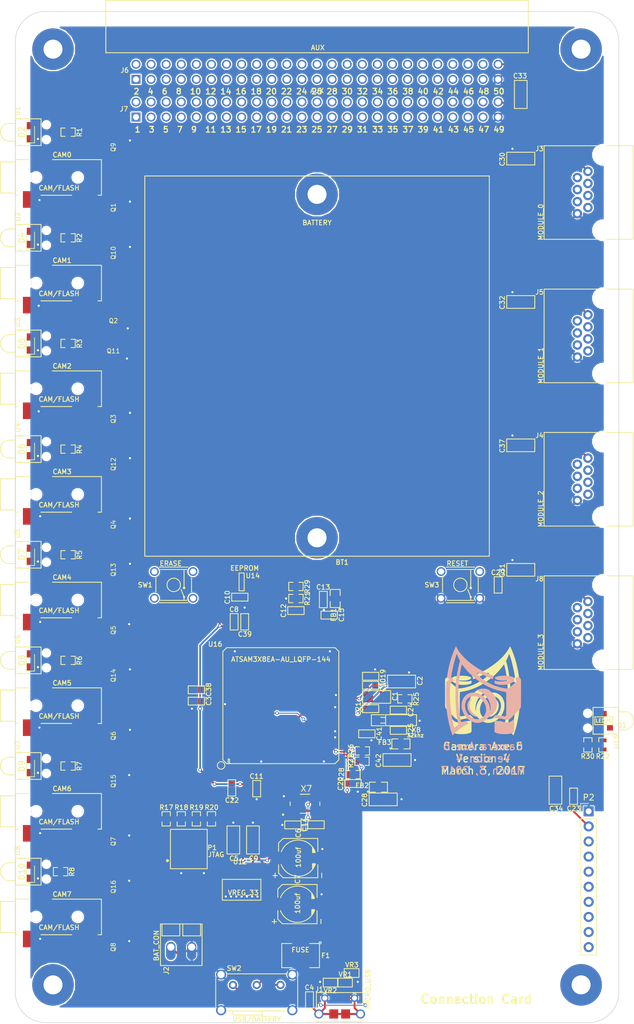
<source format=kicad_pcb>
(kicad_pcb (version 4) (host pcbnew 4.0.5)
  (layers (0 F.Cu mixed) (31 B.Cu signal) (35 F.Paste user) (36 B.SilkS user) (37 F.SilkS user) (38 B.Mask user) (39 F.Mask user) (44 Edge.Cuts user))
  (net 0 "")
  (net 1 /AUX02)
  (net 2 /AUX03)
  (net 3 /AUX04)
  (net 4 /AUX05)
  (net 5 /AUX06)
  (net 6 /AUX07)
  (net 7 /AUX08)
  (net 8 /AUX09)
  (net 9 /AUX10)
  (net 10 /AUX11)
  (net 11 /AUX12)
  (net 12 /AUX13)
  (net 13 /AUX14)
  (net 14 /AUX15)
  (net 15 /AUX16)
  (net 16 /AUX17)
  (net 17 /AUX18)
  (net 18 /AUX19)
  (net 19 /AUX20)
  (net 20 /AUX21)
  (net 21 /AUX22)
  (net 22 /AUX23)
  (net 23 /AUX24)
  (net 24 /AUX25)
  (net 25 /AUX26)
  (net 26 /AUX27)
  (net 27 /AUX28)
  (net 28 /AUX29)
  (net 29 /AUX30)
  (net 30 /AUX31)
  (net 31 /AUX32)
  (net 32 /AUX33)
  (net 33 /AUX34)
  (net 34 /AUX35)
  (net 35 /AUX36)
  (net 36 /AUX37)
  (net 37 /AUX38)
  (net 38 /AUX39)
  (net 39 /AUX40)
  (net 40 /AUX41)
  (net 41 /AUX42)
  (net 42 /AUX43)
  (net 43 /AUX_RX)
  (net 44 /AUX_TX)
  (net 45 /CAM0F)
  (net 46 /CAM0S)
  (net 47 /CAM1F)
  (net 48 /CAM1S)
  (net 49 /CAM2F)
  (net 50 /CAM2S)
  (net 51 /CAM3F)
  (net 52 /CAM3S)
  (net 53 /CAM4F)
  (net 54 /CAM4S)
  (net 55 /CAM5F)
  (net 56 /CAM5S)
  (net 57 /CAM6F)
  (net 58 /CAM6S)
  (net 59 /CAM7F)
  (net 60 /CAM7S)
  (net 61 /D+)
  (net 62 /D-)
  (net 63 /EEPROM_ID)
  (net 64 /JTAG_TCK)
  (net 65 /JTAG_TDI)
  (net 66 /JTAG_TDO)
  (net 67 /JTAG_TMS)
  (net 68 /LV_DETECT)
  (net 69 /MOD0_AN1)
  (net 70 /MOD0_ID)
  (net 71 /MOD0_RX)
  (net 72 /MOD0_SCL)
  (net 73 /MOD0_SDA)
  (net 74 /MOD0_TX)
  (net 75 /MOD1_AN1)
  (net 76 /MOD1_ID)
  (net 77 /MOD1_RX)
  (net 78 /MOD1_SCL)
  (net 79 /MOD1_SDA)
  (net 80 /MOD1_TX)
  (net 81 /MOD2_AN1)
  (net 82 /MOD2_AN2)
  (net 83 /MOD2_AN3)
  (net 84 /MOD2_AN4)
  (net 85 /MOD2_AN5)
  (net 86 /MOD2_ID)
  (net 87 /MOD3_AN1)
  (net 88 /MOD3_CS)
  (net 89 /MOD3_ID)
  (net 90 /MOD3_MISO)
  (net 91 /MOD3_MOSI)
  (net 92 /MOD3_SCLK)
  (net 93 /M_RESET)
  (net 94 /UOTGID)
  (net 95 /VBUS)
  (net 96 /VDDOUT)
  (net 97 /VDDPLL)
  (net 98 3V3)
  (net 99 5V)
  (net 100 GND)
  (net 101 "Net-(C14-Pad1)")
  (net 102 "Net-(C15-Pad1)")
  (net 103 "Net-(C17-Pad1)")
  (net 104 "Net-(C20-Pad1)")
  (net 105 "Net-(C24-Pad2)")
  (net 106 "Net-(C25-Pad2)")
  (net 107 "Net-(C42-Pad1)")
  (net 108 "Net-(CAM0-Pad1)")
  (net 109 "Net-(CAM0-Pad2)")
  (net 110 "Net-(CAM1-Pad1)")
  (net 111 "Net-(CAM1-Pad2)")
  (net 112 "Net-(CAM2-Pad1)")
  (net 113 "Net-(CAM2-Pad2)")
  (net 114 "Net-(CAM3-Pad1)")
  (net 115 "Net-(CAM3-Pad2)")
  (net 116 "Net-(CAM4-Pad1)")
  (net 117 "Net-(CAM4-Pad2)")
  (net 118 "Net-(CAM5-Pad1)")
  (net 119 "Net-(CAM5-Pad2)")
  (net 120 "Net-(CAM6-Pad1)")
  (net 121 "Net-(CAM6-Pad2)")
  (net 122 "Net-(CAM7-Pad1)")
  (net 123 "Net-(CAM7-Pad2)")
  (net 124 "Net-(D1-Pad1)")
  (net 125 "Net-(D1-Pad2)")
  (net 126 "Net-(F1-Pad2)")
  (net 127 "Net-(J2-Pad2)")
  (net 128 "Net-(R25-Pad2)")
  (net 129 "Net-(R26-Pad2)")
  (net 130 "Net-(R27-Pad2)")
  (net 131 "Net-(SW1-Pad3)")
  (net 132 "Net-(D2-Pad2)")
  (net 133 "Net-(D4-Pad2)")
  (net 134 "Net-(D5-Pad2)")
  (net 135 "Net-(D6-Pad2)")
  (net 136 "Net-(D7-Pad2)")
  (net 137 "Net-(D8-Pad2)")
  (net 138 "Net-(D9-Pad2)")
  (net 139 "Net-(D10-Pad2)")
  (net 140 /CC_RX)
  (net 141 /CC_TX)
  (net 142 "Net-(P2-Pad4)")
  (net 143 /CC_RTS)
  (net 144 /CC_CTS)
  (net 145 "Net-(P2-Pad6)")
  (net 146 /AUX44)
  (net 147 /AUX45)
  (net 148 /AUX46)
  (net 149 /AUX47)
  (net 150 /CC_RESET)
  (net 151 /CC_PROG)
  (module Socket_Strips:Socket_Strip_Straight_1x10_Pitch2.54mm (layer F.Cu) (at 121.92 160.02)
    (fp_text reference P2 (at 0 -2.33) (layer F.SilkS))
    (fp_text value "RFD22301 Breakout")
    (pad 1 thru_hole rect (at 0 0) (size 1.7 1.7) (drill 1) (layers *.Cu *.Mask) (net 100 GND))
    (pad 2 thru_hole oval (at 0 2.54) (size 1.7 1.7) (drill 1) (layers *.Cu *.Mask) (net 98 3V3))
    (pad 3 thru_hole oval (at 0 5.08) (size 1.7 1.7) (drill 1) (layers *.Cu *.Mask) (net 140 /CC_RX))
    (pad 4 thru_hole oval (at 0 7.62) (size 1.7 1.7) (drill 1) (layers *.Cu *.Mask) (net 142 "Net-(P2-Pad4)"))
    (pad 5 thru_hole oval (at 0 10.16) (size 1.7 1.7) (drill 1) (layers *.Cu *.Mask) (net 141 /CC_TX))
    (pad 6 thru_hole oval (at 0 12.7) (size 1.7 1.7) (drill 1) (layers *.Cu *.Mask) (net 145 "Net-(P2-Pad6)"))
    (pad 7 thru_hole oval (at 0 15.24) (size 1.7 1.7) (drill 1) (layers *.Cu *.Mask) (net 143 /CC_RTS))
    (pad 8 thru_hole oval (at 0 17.78) (size 1.7 1.7) (drill 1) (layers *.Cu *.Mask) (net 150 /CC_RESET))
    (pad 9 thru_hole oval (at 0 20.32) (size 1.7 1.7) (drill 1) (layers *.Cu *.Mask) (net 144 /CC_CTS))
    (pad 10 thru_hole oval (at 0 22.86) (size 1.7 1.7) (drill 1) (layers *.Cu *.Mask) (net 151 /CC_PROG))
  )
  (module CA6:c_1206 (layer F.Cu) (at 86.2203 140.767)
    (fp_text reference C1 (at 3.1115 -0.1143 90) (layer F.SilkS) (effects (font (size 0.8 0.8))))
    (fp_text value 10uf hide)
    (pad 1 smd rect (at 1.397 0) (size 1.6002 1.8034) (layers F.Cu) (net 100 GND))
    (pad 2 smd rect (at -1.397 0) (size 1.6002 1.8034) (layers F.Cu) (net 96 /VDDOUT))
  )
  (module CA6:c_1206 (layer F.Cu) (at 90.424 138.176)
    (fp_text reference C2 (at 3.1115 -0.1143 90) (layer F.SilkS) (effects (font (size 0.8 0.8))))
    (fp_text value 10uf hide)
    (pad 1 smd rect (at 1.397 0) (size 1.6002 1.8034) (layers F.Cu) (net 100 GND))
    (pad 2 smd rect (at -1.397 0) (size 1.6002 1.8034) (layers F.Cu) (net 98 3V3))
  )
  (module CA6:c_0603 (layer F.Cu) (at 55.88 141.478)
    (fp_text reference C3 (at 2.0828 -0.0254 90) (layer F.SilkS) (effects (font (size 0.8 0.8))))
    (fp_text value 0.1uf hide)
    (pad 1 smd rect (at 0.7518 0) (size 0.8992 1.0008) (layers F.Cu) (net 98 3V3))
    (pad 2 smd rect (at -0.7518 0) (size 0.8992 1.0008) (layers F.Cu) (net 100 GND))
  )
  (module CA6:c_0603 (layer F.Cu) (at 74.93 191.77 90)
    (fp_text reference C4 (at 2.0828 -0.0254 180) (layer F.SilkS) (effects (font (size 0.8 0.8))))
    (fp_text value 0.1uf hide)
    (pad 1 smd rect (at 0.7518 0 90) (size 0.8992 1.0008) (layers F.Cu) (net 95 /VBUS))
    (pad 2 smd rect (at -0.7518 0 90) (size 0.8992 1.0008) (layers F.Cu) (net 100 GND))
  )
  (module CA6:c_1206 (layer F.Cu) (at 62.103 164.846 270)
    (fp_text reference C5 (at 3.1115 -0.1143 360) (layer F.SilkS) (effects (font (size 0.8 0.8))))
    (fp_text value 10uf hide)
    (pad 1 smd rect (at 1.397 0 270) (size 1.6002 1.8034) (layers F.Cu) (net 98 3V3))
    (pad 2 smd rect (at -1.397 0 270) (size 1.6002 1.8034) (layers F.Cu) (net 100 GND))
  )
  (module CA6:c_elec_6.3x5.7 (layer F.Cu) (at 73.025 167.894 180)
    (fp_text reference C6 (at -0.0254 4.191 270) (layer F.SilkS) (effects (font (size 0.8 0.8))))
    (fp_text value 100uf (at -0.0254 0.127 270) (layer F.SilkS) (effects (font (size 0.8 0.8))))
    (pad 1 smd rect (at 2.7508 0 180) (size 3.5992 1.6002) (layers F.Cu) (net 98 3V3))
    (pad 2 smd rect (at -2.7508 0 180) (size 3.5992 1.6002) (layers F.Cu) (net 100 GND))
  )
  (module CA6:c_elec_6.3x5.7 (layer F.Cu) (at 72.898 175.641 180)
    (fp_text reference C7 (at -0.0254 4.191 270) (layer F.SilkS) (effects (font (size 0.8 0.8))))
    (fp_text value 100uf (at -0.0254 0.127 270) (layer F.SilkS) (effects (font (size 0.8 0.8))))
    (pad 1 smd rect (at 2.7508 0 180) (size 3.5992 1.6002) (layers F.Cu) (net 99 5V))
    (pad 2 smd rect (at -2.7508 0 180) (size 3.5992 1.6002) (layers F.Cu) (net 100 GND))
  )
  (module CA6:c_0603 (layer F.Cu) (at 62.2427 128.1303 90)
    (fp_text reference C8 (at 2.0828 -0.0254 180) (layer F.SilkS) (effects (font (size 0.8 0.8))))
    (fp_text value 0.1uf hide)
    (pad 1 smd rect (at 0.7518 0 90) (size 0.8992 1.0008) (layers F.Cu) (net 100 GND))
    (pad 2 smd rect (at -0.7518 0 90) (size 0.8992 1.0008) (layers F.Cu) (net 98 3V3))
  )
  (module CA6:c_1206 (layer F.Cu) (at 65.405 164.846 270)
    (fp_text reference C9 (at 3.1115 -0.1143 360) (layer F.SilkS) (effects (font (size 0.8 0.8))))
    (fp_text value 10uf hide)
    (pad 1 smd rect (at 1.397 0 270) (size 1.6002 1.8034) (layers F.Cu) (net 99 5V))
    (pad 2 smd rect (at -1.397 0 270) (size 1.6002 1.8034) (layers F.Cu) (net 100 GND))
  )
  (module CA6:c_0603 (layer F.Cu) (at 63.1952 123.9774 180)
    (fp_text reference C10 (at 2.0828 -0.0254 270) (layer F.SilkS) (effects (font (size 0.8 0.8))))
    (fp_text value 0.1uf hide)
    (pad 1 smd rect (at 0.7518 0 180) (size 0.8992 1.0008) (layers F.Cu) (net 98 3V3))
    (pad 2 smd rect (at -0.7518 0 180) (size 0.8992 1.0008) (layers F.Cu) (net 100 GND))
  )
  (module CA6:c_0603 (layer F.Cu) (at 66.04 156.21 90)
    (fp_text reference C11 (at 2.0828 -0.0254 180) (layer F.SilkS) (effects (font (size 0.8 0.8))))
    (fp_text value 0.1uf hide)
    (pad 1 smd rect (at 0.7518 0 90) (size 0.8992 1.0008) (layers F.Cu) (net 98 3V3))
    (pad 2 smd rect (at -0.7518 0 90) (size 0.8992 1.0008) (layers F.Cu) (net 100 GND))
  )
  (module CA6:c_0603 (layer F.Cu) (at 72.644 126.238 180)
    (fp_text reference C12 (at 2.0828 -0.0254 270) (layer F.SilkS) (effects (font (size 0.8 0.8))))
    (fp_text value 0.1uf hide)
    (pad 1 smd rect (at 0.7518 0 180) (size 0.8992 1.0008) (layers F.Cu) (net 100 GND))
    (pad 2 smd rect (at -0.7518 0 180) (size 0.8992 1.0008) (layers F.Cu) (net 68 /LV_DETECT))
  )
  (module CA6:c_0603 (layer F.Cu) (at 77.2541 124.3838 90)
    (fp_text reference C13 (at 2.0828 -0.0254 180) (layer F.SilkS) (effects (font (size 0.8 0.8))))
    (fp_text value 0.1uf hide)
    (pad 1 smd rect (at 0.7518 0 90) (size 0.8992 1.0008) (layers F.Cu) (net 98 3V3))
    (pad 2 smd rect (at -0.7518 0 90) (size 0.8992 1.0008) (layers F.Cu) (net 100 GND))
  )
  (module CA6:c_0603 (layer F.Cu) (at 72.136 162.306)
    (fp_text reference C14 (at 2.0828 -0.0254 90) (layer F.SilkS) (effects (font (size 0.8 0.8))))
    (fp_text value 20pf hide)
    (pad 1 smd rect (at 0.7518 0) (size 0.8992 1.0008) (layers F.Cu) (net 101 "Net-(C14-Pad1)"))
    (pad 2 smd rect (at -0.7518 0) (size 0.8992 1.0008) (layers F.Cu) (net 100 GND))
  )
  (module CA6:c_0603 (layer F.Cu) (at 78.232 127)
    (fp_text reference C15 (at 2.0828 -0.0254 90) (layer F.SilkS) (effects (font (size 0.8 0.8))))
    (fp_text value 0.1uf hide)
    (pad 1 smd rect (at 0.7518 0) (size 0.8992 1.0008) (layers F.Cu) (net 102 "Net-(C15-Pad1)"))
    (pad 2 smd rect (at -0.7518 0) (size 0.8992 1.0008) (layers F.Cu) (net 100 GND))
  )
  (module CA6:c_0603 (layer F.Cu) (at 76.0222 162.281 180)
    (fp_text reference C17 (at 2.0828 -0.0254 270) (layer F.SilkS) (effects (font (size 0.8 0.8))))
    (fp_text value 20pf hide)
    (pad 1 smd rect (at 0.7518 0 180) (size 0.8992 1.0008) (layers F.Cu) (net 103 "Net-(C17-Pad1)"))
    (pad 2 smd rect (at -0.7518 0 180) (size 0.8992 1.0008) (layers F.Cu) (net 100 GND))
  )
  (module CA6:c_0603 (layer F.Cu) (at 85.217 137.287)
    (fp_text reference C19 (at 2.0828 -0.0254 90) (layer F.SilkS) (effects (font (size 0.8 0.8))))
    (fp_text value 0.1uf hide)
    (pad 1 smd rect (at 0.7518 0) (size 0.8992 1.0008) (layers F.Cu) (net 100 GND))
    (pad 2 smd rect (at -0.7518 0) (size 0.8992 1.0008) (layers F.Cu) (net 98 3V3))
  )
  (module CA6:c_0603 (layer F.Cu) (at 82.2452 155.346 180)
    (fp_text reference C20 (at 2.0828 -0.0254 270) (layer F.SilkS) (effects (font (size 0.8 0.8))))
    (fp_text value 20pf hide)
    (pad 1 smd rect (at 0.7518 0 180) (size 0.8992 1.0008) (layers F.Cu) (net 104 "Net-(C20-Pad1)"))
    (pad 2 smd rect (at -0.7518 0 180) (size 0.8992 1.0008) (layers F.Cu) (net 100 GND))
  )
  (module CA6:c_0603 (layer F.Cu) (at 85.217 142.748 180)
    (fp_text reference C21 (at 2.0828 -0.0254 270) (layer F.SilkS) (effects (font (size 0.8 0.8))))
    (fp_text value 0.1uf hide)
    (pad 1 smd rect (at 0.7518 0 180) (size 0.8992 1.0008) (layers F.Cu) (net 98 3V3))
    (pad 2 smd rect (at -0.7518 0 180) (size 0.8992 1.0008) (layers F.Cu) (net 100 GND))
  )
  (module CA6:c_0603 (layer F.Cu) (at 61.849 156.083 270)
    (fp_text reference C22 (at 2.0828 -0.0254 360) (layer F.SilkS) (effects (font (size 0.8 0.8))))
    (fp_text value 0.1uf hide)
    (pad 1 smd rect (at 0.7518 0 270) (size 0.8992 1.0008) (layers F.Cu) (net 100 GND))
    (pad 2 smd rect (at -0.7518 0 270) (size 0.8992 1.0008) (layers F.Cu) (net 96 /VDDOUT))
  )
  (module CA6:c_0603 (layer F.Cu) (at 119.38 157.48 270)
    (fp_text reference C23 (at 2.0828 -0.0254 360) (layer F.SilkS) (effects (font (size 0.8 0.8))))
    (fp_text value 0.1uf hide)
    (pad 1 smd rect (at 0.7518 0 270) (size 0.8992 1.0008) (layers F.Cu) (net 98 3V3))
    (pad 2 smd rect (at -0.7518 0 270) (size 0.8992 1.0008) (layers F.Cu) (net 100 GND))
  )
  (module CA6:c_0603 (layer F.Cu) (at 89.8906 142.989)
    (fp_text reference C24 (at 2.0828 -0.0254 90) (layer F.SilkS) (effects (font (size 0.8 0.8))))
    (fp_text value 20pf hide)
    (pad 1 smd rect (at 0.7518 0) (size 0.8992 1.0008) (layers F.Cu) (net 100 GND))
    (pad 2 smd rect (at -0.7518 0) (size 0.8992 1.0008) (layers F.Cu) (net 105 "Net-(C24-Pad2)"))
  )
  (module CA6:c_0603 (layer F.Cu) (at 89.8906 146.393)
    (fp_text reference C25 (at 2.0828 -0.0254 90) (layer F.SilkS) (effects (font (size 0.8 0.8))))
    (fp_text value 20pf hide)
    (pad 1 smd rect (at 0.7518 0) (size 0.8992 1.0008) (layers F.Cu) (net 100 GND))
    (pad 2 smd rect (at -0.7518 0) (size 0.8992 1.0008) (layers F.Cu) (net 106 "Net-(C25-Pad2)"))
  )
  (module CA6:c_1206 (layer F.Cu) (at 87.3252 158.013 180)
    (fp_text reference C28 (at 3.1115 -0.1143 270) (layer F.SilkS) (effects (font (size 0.8 0.8))))
    (fp_text value 10uf hide)
    (pad 1 smd rect (at 1.397 0 180) (size 1.6002 1.8034) (layers F.Cu) (net 97 /VDDPLL))
    (pad 2 smd rect (at -1.397 0 180) (size 1.6002 1.8034) (layers F.Cu) (net 100 GND))
  )
  (module CA6:c_0603 (layer F.Cu) (at 106.68 121.92 90)
    (fp_text reference C29 (at 2.0828 -0.0254 180) (layer F.SilkS) (effects (font (size 0.8 0.8))))
    (fp_text value 0.1uf hide)
    (pad 1 smd rect (at 0.7518 0 90) (size 0.8992 1.0008) (layers F.Cu) (net 93 /M_RESET))
    (pad 2 smd rect (at -0.7518 0 90) (size 0.8992 1.0008) (layers F.Cu) (net 98 3V3))
  )
  (module CA6:c_1206 (layer F.Cu) (at 110.49 50.165 180)
    (fp_text reference C30 (at 3.1115 -0.1143 270) (layer F.SilkS) (effects (font (size 0.8 0.8))))
    (fp_text value 10uf hide)
    (pad 1 smd rect (at 1.397 0 180) (size 1.6002 1.8034) (layers F.Cu) (net 100 GND))
    (pad 2 smd rect (at -1.397 0 180) (size 1.6002 1.8034) (layers F.Cu) (net 98 3V3))
  )
  (module CA6:c_1206 (layer F.Cu) (at 110.49 119.38 180)
    (fp_text reference C31 (at 3.1115 -0.1143 270) (layer F.SilkS) (effects (font (size 0.8 0.8))))
    (fp_text value 10uf hide)
    (pad 1 smd rect (at 1.397 0 180) (size 1.6002 1.8034) (layers F.Cu) (net 100 GND))
    (pad 2 smd rect (at -1.397 0 180) (size 1.6002 1.8034) (layers F.Cu) (net 98 3V3))
  )
  (module CA6:c_1206 (layer F.Cu) (at 110.49 74.295 180)
    (fp_text reference C32 (at 3.1115 -0.1143 270) (layer F.SilkS) (effects (font (size 0.8 0.8))))
    (fp_text value 10uf hide)
    (pad 1 smd rect (at 1.397 0 180) (size 1.6002 1.8034) (layers F.Cu) (net 100 GND))
    (pad 2 smd rect (at -1.397 0 180) (size 1.6002 1.8034) (layers F.Cu) (net 98 3V3))
  )
  (module CA6:c_1206 (layer F.Cu) (at 110.49 39.37 90)
    (fp_text reference C33 (at 3.1115 -0.1143 180) (layer F.SilkS) (effects (font (size 0.8 0.8))))
    (fp_text value 10uf hide)
    (pad 1 smd rect (at 1.397 0 90) (size 1.6002 1.8034) (layers F.Cu) (net 100 GND))
    (pad 2 smd rect (at -1.397 0 90) (size 1.6002 1.8034) (layers F.Cu) (net 98 3V3))
  )
  (module CA6:c_1206 (layer F.Cu) (at 116.332 156.464 270)
    (fp_text reference C34 (at 3.1115 -0.1143 360) (layer F.SilkS) (effects (font (size 0.8 0.8))))
    (fp_text value 10uf hide)
    (pad 1 smd rect (at 1.397 0 270) (size 1.6002 1.8034) (layers F.Cu) (net 98 3V3))
    (pad 2 smd rect (at -1.397 0 270) (size 1.6002 1.8034) (layers F.Cu) (net 100 GND))
  )
  (module CA6:c_1206 (layer F.Cu) (at 110.49 98.425 180)
    (fp_text reference C37 (at 3.1115 -0.1143 270) (layer F.SilkS) (effects (font (size 0.8 0.8))))
    (fp_text value 10uf hide)
    (pad 1 smd rect (at 1.397 0 180) (size 1.6002 1.8034) (layers F.Cu) (net 100 GND))
    (pad 2 smd rect (at -1.397 0 180) (size 1.6002 1.8034) (layers F.Cu) (net 98 3V3))
  )
  (module CA6:c_0603 (layer F.Cu) (at 55.88 139.573)
    (fp_text reference C38 (at 2.0828 -0.0254 90) (layer F.SilkS) (effects (font (size 0.8 0.8))))
    (fp_text value 0.1uf hide)
    (pad 1 smd rect (at 0.7518 0) (size 0.8992 1.0008) (layers F.Cu) (net 96 /VDDOUT))
    (pad 2 smd rect (at -0.7518 0) (size 0.8992 1.0008) (layers F.Cu) (net 100 GND))
  )
  (module CA6:c_0603 (layer F.Cu) (at 64.0207 128.1303 270)
    (fp_text reference C39 (at 2.0828 -0.0254 360) (layer F.SilkS) (effects (font (size 0.8 0.8))))
    (fp_text value 0.1uf hide)
    (pad 1 smd rect (at 0.7518 0 270) (size 0.8992 1.0008) (layers F.Cu) (net 96 /VDDOUT))
    (pad 2 smd rect (at -0.7518 0 270) (size 0.8992 1.0008) (layers F.Cu) (net 100 GND))
  )
  (module CA6:c_0603 (layer F.Cu) (at 85.217 138.811)
    (fp_text reference C40 (at 2.0828 -0.0254 90) (layer F.SilkS) (effects (font (size 0.8 0.8))))
    (fp_text value 0.1uf hide)
    (pad 1 smd rect (at 0.7518 0) (size 0.8992 1.0008) (layers F.Cu) (net 100 GND))
    (pad 2 smd rect (at -0.7518 0) (size 0.8992 1.0008) (layers F.Cu) (net 96 /VDDOUT))
  )
  (module CA6:c_0603 (layer F.Cu) (at 84.582 146.977)
    (fp_text reference C41 (at 2.0828 -0.0254 90) (layer F.SilkS) (effects (font (size 0.8 0.8))))
    (fp_text value 0.1uf hide)
    (pad 1 smd rect (at 0.7518 0) (size 0.8992 1.0008) (layers F.Cu) (net 100 GND))
    (pad 2 smd rect (at -0.7518 0) (size 0.8992 1.0008) (layers F.Cu) (net 96 /VDDOUT))
  )
  (module CA6:c_1206 (layer F.Cu) (at 89.662 151.384 180)
    (fp_text reference C42 (at 3.1115 -0.1143 270) (layer F.SilkS) (effects (font (size 0.8 0.8))))
    (fp_text value 10uf hide)
    (pad 1 smd rect (at 1.397 0 180) (size 1.6002 1.8034) (layers F.Cu) (net 107 "Net-(C42-Pad1)"))
    (pad 2 smd rect (at -1.397 0 180) (size 1.6002 1.8034) (layers F.Cu) (net 100 GND))
  )
  (module CA6:161-3334-E_Big_Pad (layer F.Cu) (at 25.4 53.34)
    (fp_text reference CAM0 (at 7.874 -3.81) (layer F.SilkS) (effects (font (size 0.8 0.8) (thickness 0.1524))))
    (fp_text value CAM/FLASH (at 7.366 1.778) (layer F.SilkS) (effects (font (size 0.8 0.8) (thickness 0.1524))))
    (pad 1 smd rect (at 4.3942 -3.7084) (size 2.2098 2.794) (layers F.Cu) (net 108 "Net-(CAM0-Pad1)"))
    (pad 2 smd rect (at 11.7856 3.7084) (size 2.794 2.794) (layers F.Cu) (net 109 "Net-(CAM0-Pad2)"))
    (pad 3 smd rect (at 2.3876 3.7084) (size 2.2098 2.794) (layers F.Cu) (net 100 GND))
    (pad "" np_thru_hole circle (at 10.5156 0 270) (size 1.7018 1.7018) (drill 1.7) (layers *.Cu *.Mask))
    (pad "" np_thru_hole circle (at 3.5052 0 270) (size 1.7018 1.7018) (drill 1.7) (layers *.Cu *.Mask))
  )
  (module CA6:161-3334-E_Big_Pad (layer F.Cu) (at 25.4 71.12)
    (fp_text reference CAM1 (at 7.874 -3.81) (layer F.SilkS) (effects (font (size 0.8 0.8) (thickness 0.1524))))
    (fp_text value CAM/FLASH (at 7.366 1.778) (layer F.SilkS) (effects (font (size 0.8 0.8) (thickness 0.1524))))
    (pad 1 smd rect (at 4.3942 -3.7084) (size 2.2098 2.794) (layers F.Cu) (net 110 "Net-(CAM1-Pad1)"))
    (pad 2 smd rect (at 11.7856 3.7084) (size 2.794 2.794) (layers F.Cu) (net 111 "Net-(CAM1-Pad2)"))
    (pad 3 smd rect (at 2.3876 3.7084) (size 2.2098 2.794) (layers F.Cu) (net 100 GND))
    (pad "" np_thru_hole circle (at 10.5156 0 270) (size 1.7018 1.7018) (drill 1.7) (layers *.Cu *.Mask))
    (pad "" np_thru_hole circle (at 3.5052 0 270) (size 1.7018 1.7018) (drill 1.7) (layers *.Cu *.Mask))
  )
  (module CA6:161-3334-E_Big_Pad (layer F.Cu) (at 25.4 88.9)
    (fp_text reference CAM2 (at 7.874 -3.81) (layer F.SilkS) (effects (font (size 0.8 0.8) (thickness 0.1524))))
    (fp_text value CAM/FLASH (at 7.366 1.778) (layer F.SilkS) (effects (font (size 0.8 0.8) (thickness 0.1524))))
    (pad 1 smd rect (at 4.3942 -3.7084) (size 2.2098 2.794) (layers F.Cu) (net 112 "Net-(CAM2-Pad1)"))
    (pad 2 smd rect (at 11.7856 3.7084) (size 2.794 2.794) (layers F.Cu) (net 113 "Net-(CAM2-Pad2)"))
    (pad 3 smd rect (at 2.3876 3.7084) (size 2.2098 2.794) (layers F.Cu) (net 100 GND))
    (pad "" np_thru_hole circle (at 10.5156 0 270) (size 1.7018 1.7018) (drill 1.7) (layers *.Cu *.Mask))
    (pad "" np_thru_hole circle (at 3.5052 0 270) (size 1.7018 1.7018) (drill 1.7) (layers *.Cu *.Mask))
  )
  (module CA6:161-3334-E_Big_Pad (layer F.Cu) (at 25.4 106.68)
    (fp_text reference CAM3 (at 7.874 -3.81) (layer F.SilkS) (effects (font (size 0.8 0.8) (thickness 0.1524))))
    (fp_text value CAM/FLASH (at 7.366 1.778) (layer F.SilkS) (effects (font (size 0.8 0.8) (thickness 0.1524))))
    (pad 1 smd rect (at 4.3942 -3.7084) (size 2.2098 2.794) (layers F.Cu) (net 114 "Net-(CAM3-Pad1)"))
    (pad 2 smd rect (at 11.7856 3.7084) (size 2.794 2.794) (layers F.Cu) (net 115 "Net-(CAM3-Pad2)"))
    (pad 3 smd rect (at 2.3876 3.7084) (size 2.2098 2.794) (layers F.Cu) (net 100 GND))
    (pad "" np_thru_hole circle (at 10.5156 0 270) (size 1.7018 1.7018) (drill 1.7) (layers *.Cu *.Mask))
    (pad "" np_thru_hole circle (at 3.5052 0 270) (size 1.7018 1.7018) (drill 1.7) (layers *.Cu *.Mask))
  )
  (module CA6:161-3334-E_Big_Pad (layer F.Cu) (at 25.4 124.46)
    (fp_text reference CAM4 (at 7.874 -3.81) (layer F.SilkS) (effects (font (size 0.8 0.8) (thickness 0.1524))))
    (fp_text value CAM/FLASH (at 7.366 1.778) (layer F.SilkS) (effects (font (size 0.8 0.8) (thickness 0.1524))))
    (pad 1 smd rect (at 4.3942 -3.7084) (size 2.2098 2.794) (layers F.Cu) (net 116 "Net-(CAM4-Pad1)"))
    (pad 2 smd rect (at 11.7856 3.7084) (size 2.794 2.794) (layers F.Cu) (net 117 "Net-(CAM4-Pad2)"))
    (pad 3 smd rect (at 2.3876 3.7084) (size 2.2098 2.794) (layers F.Cu) (net 100 GND))
    (pad "" np_thru_hole circle (at 10.5156 0 270) (size 1.7018 1.7018) (drill 1.7) (layers *.Cu *.Mask))
    (pad "" np_thru_hole circle (at 3.5052 0 270) (size 1.7018 1.7018) (drill 1.7) (layers *.Cu *.Mask))
  )
  (module CA6:161-3334-E_Big_Pad (layer F.Cu) (at 25.4 142.24)
    (fp_text reference CAM5 (at 7.874 -3.81) (layer F.SilkS) (effects (font (size 0.8 0.8) (thickness 0.1524))))
    (fp_text value CAM/FLASH (at 7.366 1.778) (layer F.SilkS) (effects (font (size 0.8 0.8) (thickness 0.1524))))
    (pad 1 smd rect (at 4.3942 -3.7084) (size 2.2098 2.794) (layers F.Cu) (net 118 "Net-(CAM5-Pad1)"))
    (pad 2 smd rect (at 11.7856 3.7084) (size 2.794 2.794) (layers F.Cu) (net 119 "Net-(CAM5-Pad2)"))
    (pad 3 smd rect (at 2.3876 3.7084) (size 2.2098 2.794) (layers F.Cu) (net 100 GND))
    (pad "" np_thru_hole circle (at 10.5156 0 270) (size 1.7018 1.7018) (drill 1.7) (layers *.Cu *.Mask))
    (pad "" np_thru_hole circle (at 3.5052 0 270) (size 1.7018 1.7018) (drill 1.7) (layers *.Cu *.Mask))
  )
  (module CA6:161-3334-E_Big_Pad (layer F.Cu) (at 25.4 160.02)
    (fp_text reference CAM6 (at 7.874 -3.81) (layer F.SilkS) (effects (font (size 0.8 0.8) (thickness 0.1524))))
    (fp_text value CAM/FLASH (at 7.366 1.778) (layer F.SilkS) (effects (font (size 0.8 0.8) (thickness 0.1524))))
    (pad 1 smd rect (at 4.3942 -3.7084) (size 2.2098 2.794) (layers F.Cu) (net 120 "Net-(CAM6-Pad1)"))
    (pad 2 smd rect (at 11.7856 3.7084) (size 2.794 2.794) (layers F.Cu) (net 121 "Net-(CAM6-Pad2)"))
    (pad 3 smd rect (at 2.3876 3.7084) (size 2.2098 2.794) (layers F.Cu) (net 100 GND))
    (pad "" np_thru_hole circle (at 10.5156 0 270) (size 1.7018 1.7018) (drill 1.7) (layers *.Cu *.Mask))
    (pad "" np_thru_hole circle (at 3.5052 0 270) (size 1.7018 1.7018) (drill 1.7) (layers *.Cu *.Mask))
  )
  (module CA6:161-3334-E_Big_Pad (layer F.Cu) (at 25.4 177.8)
    (fp_text reference CAM7 (at 7.874 -3.81) (layer F.SilkS) (effects (font (size 0.8 0.8) (thickness 0.1524))))
    (fp_text value CAM/FLASH (at 7.366 1.778) (layer F.SilkS) (effects (font (size 0.8 0.8) (thickness 0.1524))))
    (pad 1 smd rect (at 4.3942 -3.7084) (size 2.2098 2.794) (layers F.Cu) (net 122 "Net-(CAM7-Pad1)"))
    (pad 2 smd rect (at 11.7856 3.7084) (size 2.794 2.794) (layers F.Cu) (net 123 "Net-(CAM7-Pad2)"))
    (pad 3 smd rect (at 2.3876 3.7084) (size 2.2098 2.794) (layers F.Cu) (net 100 GND))
    (pad "" np_thru_hole circle (at 10.5156 0 270) (size 1.7018 1.7018) (drill 1.7) (layers *.Cu *.Mask))
    (pad "" np_thru_hole circle (at 3.5052 0 270) (size 1.7018 1.7018) (drill 1.7) (layers *.Cu *.Mask))
  )
  (module CA6:LED-SOT-23 (layer F.Cu) (at 124.46 144.78)
    (fp_text reference D1 (at 3.048 0.7874) (layer F.SilkS) (effects (font (size 0.8 0.8))))
    (fp_text value LED2C (at 0 0) (layer F.SilkS) (effects (font (size 0.5842 0.5842) (thickness 0.14605))))
    (pad 1 smd rect (at -1.05 1.2) (size 1 0.9) (layers F.Cu) (net 124 "Net-(D1-Pad1)"))
    (pad 2 smd rect (at 1.05 1.2) (size 1 0.9) (layers F.Cu) (net 125 "Net-(D1-Pad2)"))
    (pad 3 smd rect (at 0 -1.2) (size 1 0.9) (layers F.Cu) (net 100 GND))
  )
  (module CA6:SM1812 (layer F.Cu) (at 73.4314 184.3024 180)
    (fp_text reference F1 (at -4.2164 0 180) (layer F.SilkS) (effects (font (size 0.8 0.8))))
    (fp_text value FUSE (at 0.0254 0.9652 180) (layer F.SilkS) (effects (font (size 0.8 0.8))))
    (pad 1 smd rect (at -2.286 0 180) (size 1.397 3.81) (layers F.Cu) (net 99 5V))
    (pad 2 smd rect (at 2.286 0 180) (size 1.397 3.81) (layers F.Cu) (net 126 "Net-(F1-Pad2)"))
  )
  (module CA6:SM0805 (layer F.Cu) (at 79.248 124.206 90)
    (fp_text reference FB1 (at -2.7432 -0.2668 90) (layer F.SilkS) (effects (font (size 0.8 0.8))))
    (fp_text value "Ferrite Bead" hide)
    (pad 1 smd rect (at -0.9525 0 90) (size 0.889 1.397) (layers F.Cu) (net 102 "Net-(C15-Pad1)"))
    (pad 2 smd rect (at 0.9525 0 90) (size 0.889 1.397) (layers F.Cu) (net 98 3V3))
  )
  (module CA6:SM0805 (layer F.Cu) (at 86.5251 155.956)
    (fp_text reference FB2 (at -2.7432 -0.2668) (layer F.SilkS) (effects (font (size 0.8 0.8))))
    (fp_text value "Ferrite Bead" hide)
    (pad 1 smd rect (at -0.9525 0) (size 0.889 1.397) (layers F.Cu) (net 97 /VDDPLL))
    (pad 2 smd rect (at 0.9525 0) (size 0.889 1.397) (layers F.Cu) (net 96 /VDDOUT))
  )
  (module CA6:SM0805 (layer F.Cu) (at 90.3224 148.679)
    (fp_text reference FB3 (at -2.7432 -0.2668) (layer F.SilkS) (effects (font (size 0.8 0.8))))
    (fp_text value "Ferrite Bead" hide)
    (pad 1 smd rect (at -0.9525 0) (size 0.889 1.397) (layers F.Cu) (net 107 "Net-(C42-Pad1)"))
    (pad 2 smd rect (at 0.9525 0) (size 0.889 1.397) (layers F.Cu) (net 98 3V3))
  )
  (module CA6:USB_MICRO_10118194-0001LF (layer F.Cu) (at 80.01 195.58)
    (fp_text reference J1 (at -3.429 -5.588) (layer F.SilkS) (effects (font (size 0.8 0.8))))
    (fp_text value MICRO_USB (at 4.7752 -5.6388 90) (layer F.SilkS) (effects (font (size 0.8 0.8))))
    (pad 5 smd rect (at 1 -1.45) (size 1.5 1.55) (layers F.Cu) (net 100 GND))
    (pad 5 smd rect (at -1 -1.45) (size 1.5 1.55) (layers F.Cu) (net 100 GND))
    (pad 5 thru_hole circle (at -3.5 -1.45) (size 1.55 1.55) (drill 1.0668) (layers *.Cu *.Mask) (net 100 GND))
    (pad 2 smd rect (at -0.65 -4.125) (size 0.4 1.35) (layers F.Cu) (net 62 /D-))
    (pad 1 smd rect (at -1.3 -4.125) (size 0.4 1.35) (layers F.Cu) (net 95 /VBUS) (clearance 0.19))
    (pad 3 smd rect (at 0 -4.125) (size 0.4 1.35) (layers F.Cu) (net 61 /D+))
    (pad 4 smd rect (at 0.65 -4.125) (size 0.4 1.35) (layers F.Cu) (net 94 /UOTGID))
    (pad 5 smd rect (at 1.3 -4.125) (size 0.4 1.35) (layers F.Cu) (net 100 GND) (clearance 0.19))
    (pad 5 thru_hole circle (at 2.5 -4.125) (size 1.25 1.25) (drill 0.8128) (layers *.Cu *.Mask) (net 100 GND) (clearance 0.19))
    (pad 5 thru_hole circle (at -2.5 -4.125) (size 1.25 1.25) (drill 0.8128) (layers *.Cu *.Mask) (net 100 GND) (clearance 0.19))
    (pad 5 thru_hole circle (at 3.5 -1.45) (size 1.55 1.55) (drill 1.0668) (layers *.Cu *.Mask) (net 100 GND))
  )
  (module CA6:Screw_Terminal_Block_2P (layer F.Cu) (at 53.34 182.88 180)
    (fp_text reference J2 (at 2.5146 -3.9624 450) (layer F.SilkS) (effects (font (size 0.8 0.8))))
    (fp_text value BAT_CON (at 4.191 0.254 450) (layer F.SilkS) (effects (font (size 0.8 0.8))))
    (pad 1 thru_hole oval (at -1.75 0 180) (size 1.5748 3.048) (drill 1.2 (offset 0 -0.635)) (layers *.Cu *.Mask) (net 100 GND))
    (pad 2 thru_hole oval (at 1.75 0 180) (size 1.6002 3.048) (drill 1.2 (offset 0 -0.635)) (layers *.Cu *.Mask) (net 127 "Net-(J2-Pad2)"))
  )
  (module CA6:RJ45_RJHSE-5080 (layer F.Cu) (at 121.92 55.88 90)
    (fp_text reference J3 (at 7.366 -8.2804 180) (layer F.SilkS) (effects (font (size 0.8 0.8))))
    (fp_text value MODULE_0 (at -4.9784 -8.0518 90) (layer F.SilkS) (effects (font (size 0.8 0.8))))
    (pad "" np_thru_hole circle (at -6.35 2.42 90) (size 3.25 3.25) (drill 3.25) (layers *.Cu *.Mask))
    (pad "" np_thru_hole circle (at 6.35 2.42 90) (size 3.25 3.25) (drill 3.25) (layers *.Cu *.Mask))
    (pad 5 thru_hole circle (at -0.5 -0.12 90) (size 1.6 1.6) (drill 0.89) (layers *.Cu *.Mask) (net 70 /MOD0_ID))
    (pad 3 thru_hole circle (at 1.53 -0.12 90) (size 1.6 1.6) (drill 0.89) (layers *.Cu *.Mask) (net 72 /MOD0_SCL))
    (pad 6 thru_hole circle (at -1.53 -1.9 90) (size 1.6 1.6) (drill 0.89) (layers *.Cu *.Mask) (net 71 /MOD0_RX))
    (pad 4 thru_hole circle (at 0.5 -1.9 90) (size 1.6 1.6) (drill 0.89) (layers *.Cu *.Mask) (net 73 /MOD0_SDA))
    (pad 8 thru_hole circle (at -3.56 -1.9 90) (size 1.6 1.6) (drill 0.89) (layers *.Cu *.Mask) (net 100 GND))
    (pad 7 thru_hole circle (at -2.53 -0.12 90) (size 1.6 1.6) (drill 0.89) (layers *.Cu *.Mask) (net 74 /MOD0_TX))
    (pad 2 thru_hole circle (at 2.53 -1.9 90) (size 1.6 1.6) (drill 0.89) (layers *.Cu *.Mask) (net 69 /MOD0_AN1))
    (pad 1 thru_hole circle (at 3.56 -0.12 90) (size 1.6 1.6) (drill 0.89) (layers *.Cu *.Mask) (net 98 3V3))
  )
  (module CA6:RJ45_RJHSE-5080 (layer F.Cu) (at 121.92 104.14 90)
    (fp_text reference J4 (at 7.366 -8.2804 180) (layer F.SilkS) (effects (font (size 0.8 0.8))))
    (fp_text value MODULE_2 (at -4.9784 -8.0518 90) (layer F.SilkS) (effects (font (size 0.8 0.8))))
    (pad "" np_thru_hole circle (at -6.35 2.42 90) (size 3.25 3.25) (drill 3.25) (layers *.Cu *.Mask))
    (pad "" np_thru_hole circle (at 6.35 2.42 90) (size 3.25 3.25) (drill 3.25) (layers *.Cu *.Mask))
    (pad 5 thru_hole circle (at -0.5 -0.12 90) (size 1.6 1.6) (drill 0.89) (layers *.Cu *.Mask) (net 86 /MOD2_ID))
    (pad 3 thru_hole circle (at 1.53 -0.12 90) (size 1.6 1.6) (drill 0.89) (layers *.Cu *.Mask) (net 82 /MOD2_AN2))
    (pad 6 thru_hole circle (at -1.53 -1.9 90) (size 1.6 1.6) (drill 0.89) (layers *.Cu *.Mask) (net 84 /MOD2_AN4))
    (pad 4 thru_hole circle (at 0.5 -1.9 90) (size 1.6 1.6) (drill 0.89) (layers *.Cu *.Mask) (net 83 /MOD2_AN3))
    (pad 8 thru_hole circle (at -3.56 -1.9 90) (size 1.6 1.6) (drill 0.89) (layers *.Cu *.Mask) (net 100 GND))
    (pad 7 thru_hole circle (at -2.53 -0.12 90) (size 1.6 1.6) (drill 0.89) (layers *.Cu *.Mask) (net 85 /MOD2_AN5))
    (pad 2 thru_hole circle (at 2.53 -1.9 90) (size 1.6 1.6) (drill 0.89) (layers *.Cu *.Mask) (net 81 /MOD2_AN1))
    (pad 1 thru_hole circle (at 3.56 -0.12 90) (size 1.6 1.6) (drill 0.89) (layers *.Cu *.Mask) (net 98 3V3))
  )
  (module "CA6:IDC_50PIN(2X25)-90" (layer F.Cu) (at 76.2 35.56)
    (fp_text reference J6 (at -32.385 -0.254) (layer F.SilkS) (effects (font (size 0.8 0.8))))
    (fp_text value AUX (at 0.127 -4.064) (layer F.SilkS) (effects (font (size 0.8 0.8))))
    (pad 1 thru_hole rect (at -30.48 1.27) (size 1.524 1.524) (drill 1.016) (layers *.Cu *.Mask) (net 44 /AUX_TX))
    (pad 2 thru_hole circle (at -30.48 -1.27) (size 1.524 1.524) (drill 1.016) (layers *.Cu *.Mask) (net 43 /AUX_RX))
    (pad 3 thru_hole circle (at -27.94 1.27) (size 1.524 1.524) (drill 1.016) (layers *.Cu *.Mask) (net 1 /AUX02))
    (pad 4 thru_hole circle (at -27.94 -1.27) (size 1.524 1.524) (drill 1.016) (layers *.Cu *.Mask) (net 2 /AUX03))
    (pad 5 thru_hole circle (at -25.4 1.27) (size 1.524 1.524) (drill 1.016) (layers *.Cu *.Mask) (net 3 /AUX04))
    (pad 6 thru_hole circle (at -25.4 -1.27) (size 1.524 1.524) (drill 1.016) (layers *.Cu *.Mask) (net 4 /AUX05))
    (pad 7 thru_hole circle (at -22.86 1.27) (size 1.524 1.524) (drill 1.016) (layers *.Cu *.Mask) (net 5 /AUX06))
    (pad 8 thru_hole circle (at -22.86 -1.27) (size 1.524 1.524) (drill 1.016) (layers *.Cu *.Mask) (net 6 /AUX07))
    (pad 9 thru_hole circle (at -20.32 1.27) (size 1.524 1.524) (drill 1.016) (layers *.Cu *.Mask) (net 7 /AUX08))
    (pad 10 thru_hole circle (at -20.32 -1.27) (size 1.524 1.524) (drill 1.016) (layers *.Cu *.Mask) (net 8 /AUX09))
    (pad 11 thru_hole circle (at -17.78 1.27) (size 1.524 1.524) (drill 1.016) (layers *.Cu *.Mask) (net 9 /AUX10))
    (pad 12 thru_hole circle (at -17.78 -1.27) (size 1.524 1.524) (drill 1.016) (layers *.Cu *.Mask) (net 10 /AUX11))
    (pad 13 thru_hole circle (at -15.24 1.27) (size 1.524 1.524) (drill 1.016) (layers *.Cu *.Mask) (net 11 /AUX12))
    (pad 14 thru_hole circle (at -15.24 -1.27) (size 1.524 1.524) (drill 1.016) (layers *.Cu *.Mask) (net 12 /AUX13))
    (pad 15 thru_hole circle (at -12.7 1.27) (size 1.524 1.524) (drill 1.016) (layers *.Cu *.Mask) (net 13 /AUX14))
    (pad 16 thru_hole circle (at -12.7 -1.27) (size 1.524 1.524) (drill 1.016) (layers *.Cu *.Mask) (net 14 /AUX15))
    (pad 17 thru_hole circle (at -10.16 1.27) (size 1.524 1.524) (drill 1.016) (layers *.Cu *.Mask) (net 15 /AUX16))
    (pad 18 thru_hole circle (at -10.16 -1.27) (size 1.524 1.524) (drill 1.016) (layers *.Cu *.Mask) (net 16 /AUX17))
    (pad 19 thru_hole circle (at -7.62 1.27) (size 1.524 1.524) (drill 1.016) (layers *.Cu *.Mask) (net 17 /AUX18))
    (pad 20 thru_hole circle (at -7.62 -1.27) (size 1.524 1.524) (drill 1.016) (layers *.Cu *.Mask) (net 18 /AUX19))
    (pad 21 thru_hole circle (at -5.08 1.27) (size 1.524 1.524) (drill 1.016) (layers *.Cu *.Mask) (net 19 /AUX20))
    (pad 22 thru_hole circle (at -5.08 -1.27) (size 1.524 1.524) (drill 1.016) (layers *.Cu *.Mask) (net 20 /AUX21))
    (pad 23 thru_hole circle (at -2.54 1.27) (size 1.524 1.524) (drill 1.016) (layers *.Cu *.Mask) (net 21 /AUX22))
    (pad 24 thru_hole circle (at -2.54 -1.27) (size 1.524 1.524) (drill 1.016) (layers *.Cu *.Mask) (net 22 /AUX23))
    (pad 25 thru_hole circle (at 0 1.27) (size 1.524 1.524) (drill 1.016) (layers *.Cu *.Mask) (net 23 /AUX24))
    (pad 26 thru_hole circle (at 0 -1.27) (size 1.524 1.524) (drill 1.016) (layers *.Cu *.Mask) (net 24 /AUX25))
    (pad 27 thru_hole circle (at 2.54 1.27) (size 1.524 1.524) (drill 1.016) (layers *.Cu *.Mask) (net 25 /AUX26))
    (pad 28 thru_hole circle (at 2.54 -1.27) (size 1.524 1.524) (drill 1.016) (layers *.Cu *.Mask) (net 26 /AUX27))
    (pad 29 thru_hole circle (at 5.08 1.27) (size 1.524 1.524) (drill 1.016) (layers *.Cu *.Mask) (net 27 /AUX28))
    (pad 30 thru_hole circle (at 5.08 -1.27) (size 1.524 1.524) (drill 1.016) (layers *.Cu *.Mask) (net 28 /AUX29))
    (pad 31 thru_hole circle (at 7.62 1.27) (size 1.524 1.524) (drill 1.016) (layers *.Cu *.Mask) (net 29 /AUX30))
    (pad 32 thru_hole circle (at 7.62 -1.27) (size 1.524 1.524) (drill 1.016) (layers *.Cu *.Mask) (net 30 /AUX31))
    (pad 33 thru_hole circle (at 10.16 1.27) (size 1.524 1.524) (drill 1.016) (layers *.Cu *.Mask) (net 31 /AUX32))
    (pad 34 thru_hole circle (at 10.16 -1.27) (size 1.524 1.524) (drill 1.016) (layers *.Cu *.Mask) (net 32 /AUX33))
    (pad 35 thru_hole circle (at 12.7 1.27) (size 1.524 1.524) (drill 1.016) (layers *.Cu *.Mask) (net 33 /AUX34))
    (pad 36 thru_hole circle (at 12.7 -1.27) (size 1.524 1.524) (drill 1.016) (layers *.Cu *.Mask) (net 34 /AUX35))
    (pad 37 thru_hole circle (at 15.24 1.27) (size 1.524 1.524) (drill 1.016) (layers *.Cu *.Mask) (net 35 /AUX36))
    (pad 38 thru_hole circle (at 15.24 -1.27) (size 1.524 1.524) (drill 1.016) (layers *.Cu *.Mask) (net 36 /AUX37))
    (pad 39 thru_hole circle (at 17.78 1.27) (size 1.524 1.524) (drill 1.016) (layers *.Cu *.Mask) (net 37 /AUX38))
    (pad 40 thru_hole circle (at 17.78 -1.27) (size 1.524 1.524) (drill 1.016) (layers *.Cu *.Mask) (net 38 /AUX39))
    (pad 41 thru_hole circle (at 20.32 1.27) (size 1.524 1.524) (drill 1.016) (layers *.Cu *.Mask) (net 39 /AUX40))
    (pad 42 thru_hole circle (at 20.32 -1.27) (size 1.524 1.524) (drill 1.016) (layers *.Cu *.Mask) (net 40 /AUX41))
    (pad 43 thru_hole circle (at 22.86 1.27) (size 1.524 1.524) (drill 1.016) (layers *.Cu *.Mask) (net 41 /AUX42))
    (pad 44 thru_hole circle (at 22.86 -1.27) (size 1.524 1.524) (drill 1.016) (layers *.Cu *.Mask) (net 42 /AUX43))
    (pad 45 thru_hole circle (at 25.4 1.27) (size 1.524 1.524) (drill 1.016) (layers *.Cu *.Mask) (net 146 /AUX44))
    (pad 46 thru_hole circle (at 25.4 -1.27) (size 1.524 1.524) (drill 1.016) (layers *.Cu *.Mask) (net 147 /AUX45))
    (pad 47 thru_hole circle (at 27.94 1.27) (size 1.524 1.524) (drill 1.016) (layers *.Cu *.Mask) (net 148 /AUX46))
    (pad 48 thru_hole circle (at 27.94 -1.27) (size 1.524 1.524) (drill 1.016) (layers *.Cu *.Mask) (net 149 /AUX47))
    (pad 49 thru_hole circle (at 30.48 1.27) (size 1.524 1.524) (drill 1.016) (layers *.Cu *.Mask) (net 100 GND))
    (pad 50 thru_hole circle (at 30.48 -1.27) (size 1.524 1.524) (drill 1.016) (layers *.Cu *.Mask) (net 98 3V3))
  )
  (module "CA6:IDC_50PIN(2X25)-M" (layer F.Cu) (at 76.2 41.91)
    (fp_text reference J7 (at -32.512 -0.0762) (layer F.SilkS) (effects (font (size 0.8 0.8))))
    (fp_text value AUX (at 0 -3.175) (layer F.SilkS) (effects (font (size 0.8 0.8))))
    (pad 1 thru_hole rect (at -30.48 1.27) (size 1.524 1.524) (drill 1.016) (layers *.Cu *.Mask) (net 44 /AUX_TX))
    (pad 2 thru_hole circle (at -30.48 -1.27) (size 1.524 1.524) (drill 1.016) (layers *.Cu *.Mask) (net 43 /AUX_RX))
    (pad 3 thru_hole circle (at -27.94 1.27) (size 1.524 1.524) (drill 1.016) (layers *.Cu *.Mask) (net 1 /AUX02))
    (pad 4 thru_hole circle (at -27.94 -1.27) (size 1.524 1.524) (drill 1.016) (layers *.Cu *.Mask) (net 2 /AUX03))
    (pad 5 thru_hole circle (at -25.4 1.27) (size 1.524 1.524) (drill 1.016) (layers *.Cu *.Mask) (net 3 /AUX04))
    (pad 6 thru_hole circle (at -25.4 -1.27) (size 1.524 1.524) (drill 1.016) (layers *.Cu *.Mask) (net 4 /AUX05))
    (pad 7 thru_hole circle (at -22.86 1.27) (size 1.524 1.524) (drill 1.016) (layers *.Cu *.Mask) (net 5 /AUX06))
    (pad 8 thru_hole circle (at -22.86 -1.27) (size 1.524 1.524) (drill 1.016) (layers *.Cu *.Mask) (net 6 /AUX07))
    (pad 9 thru_hole circle (at -20.32 1.27) (size 1.524 1.524) (drill 1.016) (layers *.Cu *.Mask) (net 7 /AUX08))
    (pad 10 thru_hole circle (at -20.32 -1.27) (size 1.524 1.524) (drill 1.016) (layers *.Cu *.Mask) (net 8 /AUX09))
    (pad 11 thru_hole circle (at -17.78 1.27) (size 1.524 1.524) (drill 1.016) (layers *.Cu *.Mask) (net 9 /AUX10))
    (pad 12 thru_hole circle (at -17.78 -1.27) (size 1.524 1.524) (drill 1.016) (layers *.Cu *.Mask) (net 10 /AUX11))
    (pad 13 thru_hole circle (at -15.24 1.27) (size 1.524 1.524) (drill 1.016) (layers *.Cu *.Mask) (net 11 /AUX12))
    (pad 14 thru_hole circle (at -15.24 -1.27) (size 1.524 1.524) (drill 1.016) (layers *.Cu *.Mask) (net 12 /AUX13))
    (pad 15 thru_hole circle (at -12.7 1.27) (size 1.524 1.524) (drill 1.016) (layers *.Cu *.Mask) (net 13 /AUX14))
    (pad 16 thru_hole circle (at -12.7 -1.27) (size 1.524 1.524) (drill 1.016) (layers *.Cu *.Mask) (net 14 /AUX15))
    (pad 17 thru_hole circle (at -10.16 1.27) (size 1.524 1.524) (drill 1.016) (layers *.Cu *.Mask) (net 15 /AUX16))
    (pad 18 thru_hole circle (at -10.16 -1.27) (size 1.524 1.524) (drill 1.016) (layers *.Cu *.Mask) (net 16 /AUX17))
    (pad 19 thru_hole circle (at -7.62 1.27) (size 1.524 1.524) (drill 1.016) (layers *.Cu *.Mask) (net 17 /AUX18))
    (pad 20 thru_hole circle (at -7.62 -1.27) (size 1.524 1.524) (drill 1.016) (layers *.Cu *.Mask) (net 18 /AUX19))
    (pad 21 thru_hole circle (at -5.08 1.27) (size 1.524 1.524) (drill 1.016) (layers *.Cu *.Mask) (net 19 /AUX20))
    (pad 22 thru_hole circle (at -5.08 -1.27) (size 1.524 1.524) (drill 1.016) (layers *.Cu *.Mask) (net 20 /AUX21))
    (pad 23 thru_hole circle (at -2.54 1.27) (size 1.524 1.524) (drill 1.016) (layers *.Cu *.Mask) (net 21 /AUX22))
    (pad 24 thru_hole circle (at -2.54 -1.27) (size 1.524 1.524) (drill 1.016) (layers *.Cu *.Mask) (net 22 /AUX23))
    (pad 25 thru_hole circle (at 0 1.27) (size 1.524 1.524) (drill 1.016) (layers *.Cu *.Mask) (net 23 /AUX24))
    (pad 26 thru_hole circle (at 0 -1.27) (size 1.524 1.524) (drill 1.016) (layers *.Cu *.Mask) (net 24 /AUX25))
    (pad 27 thru_hole circle (at 2.54 1.27) (size 1.524 1.524) (drill 1.016) (layers *.Cu *.Mask) (net 25 /AUX26))
    (pad 28 thru_hole circle (at 2.54 -1.27) (size 1.524 1.524) (drill 1.016) (layers *.Cu *.Mask) (net 26 /AUX27))
    (pad 29 thru_hole circle (at 5.08 1.27) (size 1.524 1.524) (drill 1.016) (layers *.Cu *.Mask) (net 27 /AUX28))
    (pad 30 thru_hole circle (at 5.08 -1.27) (size 1.524 1.524) (drill 1.016) (layers *.Cu *.Mask) (net 28 /AUX29))
    (pad 31 thru_hole circle (at 7.62 1.27) (size 1.524 1.524) (drill 1.016) (layers *.Cu *.Mask) (net 29 /AUX30))
    (pad 32 thru_hole circle (at 7.62 -1.27) (size 1.524 1.524) (drill 1.016) (layers *.Cu *.Mask) (net 30 /AUX31))
    (pad 33 thru_hole circle (at 10.16 1.27) (size 1.524 1.524) (drill 1.016) (layers *.Cu *.Mask) (net 31 /AUX32))
    (pad 34 thru_hole circle (at 10.16 -1.27) (size 1.524 1.524) (drill 1.016) (layers *.Cu *.Mask) (net 32 /AUX33))
    (pad 35 thru_hole circle (at 12.7 1.27) (size 1.524 1.524) (drill 1.016) (layers *.Cu *.Mask) (net 33 /AUX34))
    (pad 36 thru_hole circle (at 12.7 -1.27) (size 1.524 1.524) (drill 1.016) (layers *.Cu *.Mask) (net 34 /AUX35))
    (pad 37 thru_hole circle (at 15.24 1.27) (size 1.524 1.524) (drill 1.016) (layers *.Cu *.Mask) (net 35 /AUX36))
    (pad 38 thru_hole circle (at 15.24 -1.27) (size 1.524 1.524) (drill 1.016) (layers *.Cu *.Mask) (net 36 /AUX37))
    (pad 39 thru_hole circle (at 17.78 1.27) (size 1.524 1.524) (drill 1.016) (layers *.Cu *.Mask) (net 37 /AUX38))
    (pad 40 thru_hole circle (at 17.78 -1.27) (size 1.524 1.524) (drill 1.016) (layers *.Cu *.Mask) (net 38 /AUX39))
    (pad 41 thru_hole circle (at 20.32 1.27) (size 1.524 1.524) (drill 1.016) (layers *.Cu *.Mask) (net 39 /AUX40))
    (pad 42 thru_hole circle (at 20.32 -1.27) (size 1.524 1.524) (drill 1.016) (layers *.Cu *.Mask) (net 40 /AUX41))
    (pad 43 thru_hole circle (at 22.86 1.27) (size 1.524 1.524) (drill 1.016) (layers *.Cu *.Mask) (net 41 /AUX42))
    (pad 44 thru_hole circle (at 22.86 -1.27) (size 1.524 1.524) (drill 1.016) (layers *.Cu *.Mask) (net 42 /AUX43))
    (pad 45 thru_hole circle (at 25.4 1.27) (size 1.524 1.524) (drill 1.016) (layers *.Cu *.Mask) (net 146 /AUX44))
    (pad 46 thru_hole circle (at 25.4 -1.27) (size 1.524 1.524) (drill 1.016) (layers *.Cu *.Mask) (net 147 /AUX45))
    (pad 47 thru_hole circle (at 27.94 1.27) (size 1.524 1.524) (drill 1.016) (layers *.Cu *.Mask) (net 148 /AUX46))
    (pad 48 thru_hole circle (at 27.94 -1.27) (size 1.524 1.524) (drill 1.016) (layers *.Cu *.Mask) (net 149 /AUX47))
    (pad 49 thru_hole circle (at 30.48 1.27) (size 1.524 1.524) (drill 1.016) (layers *.Cu *.Mask) (net 100 GND))
    (pad 50 thru_hole circle (at 30.48 -1.27) (size 1.524 1.524) (drill 1.016) (layers *.Cu *.Mask) (net 98 3V3))
  )
  (module CA6:RJ45_RJHSE-5080 (layer F.Cu) (at 121.92 128.27 90)
    (fp_text reference J8 (at 7.366 -8.2804 180) (layer F.SilkS) (effects (font (size 0.8 0.8))))
    (fp_text value MODULE_3 (at -4.9784 -8.0518 90) (layer F.SilkS) (effects (font (size 0.8 0.8))))
    (pad "" np_thru_hole circle (at -6.35 2.42 90) (size 3.25 3.25) (drill 3.25) (layers *.Cu *.Mask))
    (pad "" np_thru_hole circle (at 6.35 2.42 90) (size 3.25 3.25) (drill 3.25) (layers *.Cu *.Mask))
    (pad 5 thru_hole circle (at -0.5 -0.12 90) (size 1.6 1.6) (drill 0.89) (layers *.Cu *.Mask) (net 89 /MOD3_ID))
    (pad 3 thru_hole circle (at 1.53 -0.12 90) (size 1.6 1.6) (drill 0.89) (layers *.Cu *.Mask) (net 91 /MOD3_MOSI))
    (pad 6 thru_hole circle (at -1.53 -1.9 90) (size 1.6 1.6) (drill 0.89) (layers *.Cu *.Mask) (net 92 /MOD3_SCLK))
    (pad 4 thru_hole circle (at 0.5 -1.9 90) (size 1.6 1.6) (drill 0.89) (layers *.Cu *.Mask) (net 90 /MOD3_MISO))
    (pad 8 thru_hole circle (at -3.56 -1.9 90) (size 1.6 1.6) (drill 0.89) (layers *.Cu *.Mask) (net 100 GND))
    (pad 7 thru_hole circle (at -2.53 -0.12 90) (size 1.6 1.6) (drill 0.89) (layers *.Cu *.Mask) (net 88 /MOD3_CS))
    (pad 2 thru_hole circle (at 2.53 -1.9 90) (size 1.6 1.6) (drill 0.89) (layers *.Cu *.Mask) (net 87 /MOD3_AN1))
    (pad 1 thru_hole circle (at 3.56 -0.12 90) (size 1.6 1.6) (drill 0.89) (layers *.Cu *.Mask) (net 98 3V3))
  )
  (module CA6:CA_Logo_15mm (layer F.Cu) (at 104.14 139.7)
    (fp_text reference LOGO1 hide)
    (fp_text value CA_LOGO_150 hide)
  )
  (module CA6:JTAG_20021121-00010C4LF (layer F.Cu) (at 54.61 166.37 90)
    (fp_text reference P1 (at 0.2286 3.937 180) (layer F.SilkS) (effects (font (size 0.8 0.8))))
    (fp_text value JTAG (at -0.9398 4.5974 180) (layer F.SilkS) (effects (font (size 0.8 0.8))))
    (pad 1 smd rect (at -1.95 -2.54 90) (size 2.4 0.76) (layers F.Cu) (net 98 3V3))
    (pad 2 smd rect (at 1.95 -2.54 90) (size 2.4 0.76) (layers F.Cu) (net 67 /JTAG_TMS))
    (pad 3 smd rect (at -1.95 -1.27 90) (size 2.4 0.76) (layers F.Cu) (net 100 GND))
    (pad 4 smd rect (at 1.95 -1.27 90) (size 2.4 0.76) (layers F.Cu) (net 64 /JTAG_TCK))
    (pad 5 smd rect (at -1.95 0 90) (size 2.4 0.76) (layers F.Cu) (net 100 GND))
    (pad 6 smd rect (at 1.95 0 90) (size 2.4 0.76) (layers F.Cu) (net 66 /JTAG_TDO))
    (pad 7 smd rect (at -1.95 1.27 90) (size 2.4 0.76) (layers F.Cu))
    (pad 8 smd rect (at 1.95 1.27 90) (size 2.4 0.76) (layers F.Cu) (net 65 /JTAG_TDI))
    (pad 9 smd rect (at -1.95 2.54 90) (size 2.4 0.76) (layers F.Cu) (net 100 GND))
    (pad 10 smd rect (at 1.95 2.54 90) (size 2.4 0.76) (layers F.Cu) (net 93 /M_RESET))
  )
  (module CA6:SOT23 (layer F.Cu) (at 40.64 58.42 90)
    (fp_text reference Q1 (at 0 1.27 90) (layer F.SilkS) (effects (font (size 0.762 0.762) (thickness 0.11938))))
    (fp_text value BSS138P hide)
    (pad 1 smd rect (at -1.1 2.6 90) (size 1.2 1.4) (layers F.Cu) (net 46 /CAM0S))
    (pad 2 smd rect (at 1.1 2.6 90) (size 1.2 1.4) (layers F.Cu) (net 100 GND))
    (pad 3 smd rect (at 0 0 90) (size 2.8 1.4) (layers F.Cu) (net 109 "Net-(CAM0-Pad2)"))
  )
  (module CA6:SOT23 (layer F.Cu) (at 41.91 76.2)
    (fp_text reference Q2 (at 0 1.27) (layer F.SilkS) (effects (font (size 0.762 0.762) (thickness 0.11938))))
    (fp_text value BSS138P hide)
    (pad 1 smd rect (at -1.1 2.6) (size 1.2 1.4) (layers F.Cu) (net 48 /CAM1S))
    (pad 2 smd rect (at 1.1 2.6) (size 1.2 1.4) (layers F.Cu) (net 100 GND))
    (pad 3 smd rect (at 0 0) (size 2.8 1.4) (layers F.Cu) (net 111 "Net-(CAM1-Pad2)"))
  )
  (module CA6:SOT23 (layer F.Cu) (at 40.64 93.98 90)
    (fp_text reference Q3 (at 0 1.27 90) (layer F.SilkS) (effects (font (size 0.762 0.762) (thickness 0.11938))))
    (fp_text value BSS138P hide)
    (pad 1 smd rect (at -1.1 2.6 90) (size 1.2 1.4) (layers F.Cu) (net 50 /CAM2S))
    (pad 2 smd rect (at 1.1 2.6 90) (size 1.2 1.4) (layers F.Cu) (net 100 GND))
    (pad 3 smd rect (at 0 0 90) (size 2.8 1.4) (layers F.Cu) (net 113 "Net-(CAM2-Pad2)"))
  )
  (module CA6:SOT23 (layer F.Cu) (at 40.64 111.76 90)
    (fp_text reference Q4 (at 0 1.27 90) (layer F.SilkS) (effects (font (size 0.762 0.762) (thickness 0.11938))))
    (fp_text value BSS138P hide)
    (pad 1 smd rect (at -1.1 2.6 90) (size 1.2 1.4) (layers F.Cu) (net 52 /CAM3S))
    (pad 2 smd rect (at 1.1 2.6 90) (size 1.2 1.4) (layers F.Cu) (net 100 GND))
    (pad 3 smd rect (at 0 0 90) (size 2.8 1.4) (layers F.Cu) (net 115 "Net-(CAM3-Pad2)"))
  )
  (module CA6:SOT23 (layer F.Cu) (at 40.64 129.54 90)
    (fp_text reference Q5 (at 0 1.27 90) (layer F.SilkS) (effects (font (size 0.762 0.762) (thickness 0.11938))))
    (fp_text value BSS138P hide)
    (pad 1 smd rect (at -1.1 2.6 90) (size 1.2 1.4) (layers F.Cu) (net 54 /CAM4S))
    (pad 2 smd rect (at 1.1 2.6 90) (size 1.2 1.4) (layers F.Cu) (net 100 GND))
    (pad 3 smd rect (at 0 0 90) (size 2.8 1.4) (layers F.Cu) (net 117 "Net-(CAM4-Pad2)"))
  )
  (module CA6:SOT23 (layer F.Cu) (at 40.64 147.32 90)
    (fp_text reference Q6 (at 0 1.27 90) (layer F.SilkS) (effects (font (size 0.762 0.762) (thickness 0.11938))))
    (fp_text value BSS138P hide)
    (pad 1 smd rect (at -1.1 2.6 90) (size 1.2 1.4) (layers F.Cu) (net 56 /CAM5S))
    (pad 2 smd rect (at 1.1 2.6 90) (size 1.2 1.4) (layers F.Cu) (net 100 GND))
    (pad 3 smd rect (at 0 0 90) (size 2.8 1.4) (layers F.Cu) (net 119 "Net-(CAM5-Pad2)"))
  )
  (module CA6:SOT23 (layer F.Cu) (at 40.64 165.1 90)
    (fp_text reference Q7 (at 0 1.27 90) (layer F.SilkS) (effects (font (size 0.762 0.762) (thickness 0.11938))))
    (fp_text value BSS138P hide)
    (pad 1 smd rect (at -1.1 2.6 90) (size 1.2 1.4) (layers F.Cu) (net 58 /CAM6S))
    (pad 2 smd rect (at 1.1 2.6 90) (size 1.2 1.4) (layers F.Cu) (net 100 GND))
    (pad 3 smd rect (at 0 0 90) (size 2.8 1.4) (layers F.Cu) (net 121 "Net-(CAM6-Pad2)"))
  )
  (module CA6:SOT23 (layer F.Cu) (at 40.64 182.88 90)
    (fp_text reference Q8 (at 0 1.27 90) (layer F.SilkS) (effects (font (size 0.762 0.762) (thickness 0.11938))))
    (fp_text value BSS138P hide)
    (pad 1 smd rect (at -1.1 2.6 90) (size 1.2 1.4) (layers F.Cu) (net 60 /CAM7S))
    (pad 2 smd rect (at 1.1 2.6 90) (size 1.2 1.4) (layers F.Cu) (net 100 GND))
    (pad 3 smd rect (at 0 0 90) (size 2.8 1.4) (layers F.Cu) (net 123 "Net-(CAM7-Pad2)"))
  )
  (module CA6:SOT23 (layer F.Cu) (at 40.64 48.26 90)
    (fp_text reference Q9 (at 0 1.27 90) (layer F.SilkS) (effects (font (size 0.762 0.762) (thickness 0.11938))))
    (fp_text value BSS138P hide)
    (pad 1 smd rect (at -1.1 2.6 90) (size 1.2 1.4) (layers F.Cu) (net 45 /CAM0F))
    (pad 2 smd rect (at 1.1 2.6 90) (size 1.2 1.4) (layers F.Cu) (net 100 GND))
    (pad 3 smd rect (at 0 0 90) (size 2.8 1.4) (layers F.Cu) (net 108 "Net-(CAM0-Pad1)"))
  )
  (module CA6:SOT23 (layer F.Cu) (at 40.64 66.04 90)
    (fp_text reference Q10 (at 0 1.27 90) (layer F.SilkS) (effects (font (size 0.762 0.762) (thickness 0.11938))))
    (fp_text value BSS138P hide)
    (pad 1 smd rect (at -1.1 2.6 90) (size 1.2 1.4) (layers F.Cu) (net 47 /CAM1F))
    (pad 2 smd rect (at 1.1 2.6 90) (size 1.2 1.4) (layers F.Cu) (net 100 GND))
    (pad 3 smd rect (at 0 0 90) (size 2.8 1.4) (layers F.Cu) (net 110 "Net-(CAM1-Pad1)"))
  )
  (module CA6:SOT23 (layer F.Cu) (at 41.91 81.28)
    (fp_text reference Q11 (at 0 1.27) (layer F.SilkS) (effects (font (size 0.762 0.762) (thickness 0.11938))))
    (fp_text value BSS138P hide)
    (pad 1 smd rect (at -1.1 2.6) (size 1.2 1.4) (layers F.Cu) (net 49 /CAM2F))
    (pad 2 smd rect (at 1.1 2.6) (size 1.2 1.4) (layers F.Cu) (net 100 GND))
    (pad 3 smd rect (at 0 0) (size 2.8 1.4) (layers F.Cu) (net 112 "Net-(CAM2-Pad1)"))
  )
  (module CA6:SOT23 (layer F.Cu) (at 40.64 101.6 90)
    (fp_text reference Q12 (at 0 1.27 90) (layer F.SilkS) (effects (font (size 0.762 0.762) (thickness 0.11938))))
    (fp_text value BSS138P hide)
    (pad 1 smd rect (at -1.1 2.6 90) (size 1.2 1.4) (layers F.Cu) (net 51 /CAM3F))
    (pad 2 smd rect (at 1.1 2.6 90) (size 1.2 1.4) (layers F.Cu) (net 100 GND))
    (pad 3 smd rect (at 0 0 90) (size 2.8 1.4) (layers F.Cu) (net 114 "Net-(CAM3-Pad1)"))
  )
  (module CA6:SOT23 (layer F.Cu) (at 40.64 119.38 90)
    (fp_text reference Q13 (at 0 1.27 90) (layer F.SilkS) (effects (font (size 0.762 0.762) (thickness 0.11938))))
    (fp_text value BSS138P hide)
    (pad 1 smd rect (at -1.1 2.6 90) (size 1.2 1.4) (layers F.Cu) (net 53 /CAM4F))
    (pad 2 smd rect (at 1.1 2.6 90) (size 1.2 1.4) (layers F.Cu) (net 100 GND))
    (pad 3 smd rect (at 0 0 90) (size 2.8 1.4) (layers F.Cu) (net 116 "Net-(CAM4-Pad1)"))
  )
  (module CA6:SOT23 (layer F.Cu) (at 40.64 137.16 90)
    (fp_text reference Q14 (at 0 1.27 90) (layer F.SilkS) (effects (font (size 0.762 0.762) (thickness 0.11938))))
    (fp_text value BSS138P hide)
    (pad 1 smd rect (at -1.1 2.6 90) (size 1.2 1.4) (layers F.Cu) (net 55 /CAM5F))
    (pad 2 smd rect (at 1.1 2.6 90) (size 1.2 1.4) (layers F.Cu) (net 100 GND))
    (pad 3 smd rect (at 0 0 90) (size 2.8 1.4) (layers F.Cu) (net 118 "Net-(CAM5-Pad1)"))
  )
  (module CA6:SOT23 (layer F.Cu) (at 40.64 154.94 90)
    (fp_text reference Q15 (at 0 1.27 90) (layer F.SilkS) (effects (font (size 0.762 0.762) (thickness 0.11938))))
    (fp_text value BSS138P hide)
    (pad 1 smd rect (at -1.1 2.6 90) (size 1.2 1.4) (layers F.Cu) (net 57 /CAM6F))
    (pad 2 smd rect (at 1.1 2.6 90) (size 1.2 1.4) (layers F.Cu) (net 100 GND))
    (pad 3 smd rect (at 0 0 90) (size 2.8 1.4) (layers F.Cu) (net 120 "Net-(CAM6-Pad1)"))
  )
  (module CA6:SOT23 (layer F.Cu) (at 40.64 172.72 90)
    (fp_text reference Q16 (at 0 1.27 90) (layer F.SilkS) (effects (font (size 0.762 0.762) (thickness 0.11938))))
    (fp_text value BSS138P hide)
    (pad 1 smd rect (at -1.1 2.6 90) (size 1.2 1.4) (layers F.Cu) (net 59 /CAM7F))
    (pad 2 smd rect (at 1.1 2.6 90) (size 1.2 1.4) (layers F.Cu) (net 100 GND))
    (pad 3 smd rect (at 0 0 90) (size 2.8 1.4) (layers F.Cu) (net 122 "Net-(CAM7-Pad1)"))
  )
  (module CA6:SM0603_Resistor (layer F.Cu) (at 50.8 161.29 270)
    (fp_text reference R17 (at -1.9177 -0.0254 360) (layer F.SilkS) (effects (font (size 0.8 0.8))))
    (fp_text value 100k hide)
    (pad 1 smd rect (at -0.762 0 270) (size 0.635 1.143) (layers F.Cu) (net 98 3V3))
    (pad 2 smd rect (at 0.762 0 270) (size 0.635 1.143) (layers F.Cu) (net 67 /JTAG_TMS))
  )
  (module CA6:SM0603_Resistor (layer F.Cu) (at 53.34 161.29 270)
    (fp_text reference R18 (at -1.9177 -0.0254 360) (layer F.SilkS) (effects (font (size 0.8 0.8))))
    (fp_text value 100k hide)
    (pad 1 smd rect (at -0.762 0 270) (size 0.635 1.143) (layers F.Cu) (net 98 3V3))
    (pad 2 smd rect (at 0.762 0 270) (size 0.635 1.143) (layers F.Cu) (net 64 /JTAG_TCK))
  )
  (module CA6:SM0603_Resistor (layer F.Cu) (at 55.88 161.29 270)
    (fp_text reference R19 (at -1.9177 -0.0254 360) (layer F.SilkS) (effects (font (size 0.8 0.8))))
    (fp_text value 100k hide)
    (pad 1 smd rect (at -0.762 0 270) (size 0.635 1.143) (layers F.Cu) (net 98 3V3))
    (pad 2 smd rect (at 0.762 0 270) (size 0.635 1.143) (layers F.Cu) (net 65 /JTAG_TDI))
  )
  (module CA6:SM0603_Resistor (layer F.Cu) (at 58.42 161.29 270)
    (fp_text reference R20 (at -1.9177 -0.0254 360) (layer F.SilkS) (effects (font (size 0.8 0.8))))
    (fp_text value 100k hide)
    (pad 1 smd rect (at -0.762 0 270) (size 0.635 1.143) (layers F.Cu) (net 98 3V3))
    (pad 2 smd rect (at 0.762 0 270) (size 0.635 1.143) (layers F.Cu) (net 93 /M_RESET))
  )
  (module CA6:SM0603_Resistor (layer F.Cu) (at 72.644 124.206 180)
    (fp_text reference R21 (at -1.9177 -0.0254 270) (layer F.SilkS) (effects (font (size 0.8 0.8))))
    (fp_text value 10K hide)
    (pad 1 smd rect (at -0.762 0 180) (size 0.635 1.143) (layers F.Cu) (net 68 /LV_DETECT))
    (pad 2 smd rect (at 0.762 0 180) (size 0.635 1.143) (layers F.Cu) (net 100 GND))
  )
  (module CA6:SM0603_Resistor (layer F.Cu) (at 124.333 148.844 90)
    (fp_text reference R22 (at -1.9177 -0.0254 180) (layer F.SilkS) (effects (font (size 0.8 0.8))))
    (fp_text value 680R hide)
    (pad 1 smd rect (at -0.762 0 90) (size 0.635 1.143) (layers F.Cu) (net 145 "Net-(P2-Pad6)"))
    (pad 2 smd rect (at 0.762 0 90) (size 0.635 1.143) (layers F.Cu) (net 125 "Net-(D1-Pad2)"))
  )
  (module CA6:SM0603_Resistor (layer F.Cu) (at 90.9828 141.097 180)
    (fp_text reference R25 (at -1.9177 -0.0254 270) (layer F.SilkS) (effects (font (size 0.8 0.8))))
    (fp_text value 100k hide)
    (pad 1 smd rect (at -0.762 0 180) (size 0.635 1.143) (layers F.Cu) (net 98 3V3))
    (pad 2 smd rect (at 0.762 0 180) (size 0.635 1.143) (layers F.Cu) (net 128 "Net-(R25-Pad2)"))
  )
  (module CA6:SM0603_Resistor (layer F.Cu) (at 83.82 149.86)
    (fp_text reference R26 (at -1.9177 -0.0254 90) (layer F.SilkS) (effects (font (size 0.8 0.8))))
    (fp_text value 39R hide)
    (pad 1 smd rect (at -0.762 0) (size 0.635 1.143) (layers F.Cu) (net 62 /D-))
    (pad 2 smd rect (at 0.762 0) (size 0.635 1.143) (layers F.Cu) (net 129 "Net-(R26-Pad2)"))
  )
  (module CA6:SM0603_Resistor (layer F.Cu) (at 83.7692 151.6)
    (fp_text reference R27 (at -1.9177 -0.0254 90) (layer F.SilkS) (effects (font (size 0.8 0.8))))
    (fp_text value 39R hide)
    (pad 1 smd rect (at -0.762 0) (size 0.635 1.143) (layers F.Cu) (net 61 /D+))
    (pad 2 smd rect (at 0.762 0) (size 0.635 1.143) (layers F.Cu) (net 130 "Net-(R27-Pad2)"))
  )
  (module CA6:SM0603_Resistor (layer F.Cu) (at 82.2452 153.848)
    (fp_text reference R28 (at -1.9177 -0.0254 90) (layer F.SilkS) (effects (font (size 0.8 0.8))))
    (fp_text value 6K8+1% hide)
    (pad 1 smd rect (at -0.762 0) (size 0.635 1.143) (layers F.Cu) (net 104 "Net-(C20-Pad1)"))
    (pad 2 smd rect (at 0.762 0) (size 0.635 1.143) (layers F.Cu) (net 100 GND))
  )
  (module CA6:SM0603_Resistor (layer F.Cu) (at 72.644 122.174 180)
    (fp_text reference R29 (at -1.9177 -0.0254 270) (layer F.SilkS) (effects (font (size 0.8 0.8))))
    (fp_text value 30K hide)
    (pad 1 smd rect (at -0.762 0 180) (size 0.635 1.143) (layers F.Cu) (net 68 /LV_DETECT))
    (pad 2 smd rect (at 0.762 0 180) (size 0.635 1.143) (layers F.Cu) (net 99 5V))
  )
  (module CA6:SM0603_Resistor (layer F.Cu) (at 121.793 148.844 90)
    (fp_text reference R30 (at -1.9177 -0.0254 180) (layer F.SilkS) (effects (font (size 0.8 0.8))))
    (fp_text value 680R hide)
    (pad 1 smd rect (at -0.762 0 90) (size 0.635 1.143) (layers F.Cu) (net 142 "Net-(P2-Pad4)"))
    (pad 2 smd rect (at 0.762 0 90) (size 0.635 1.143) (layers F.Cu) (net 124 "Net-(D1-Pad1)"))
  )
  (module CA6:PTS645_throughhole (layer F.Cu) (at 52.07 121.92)
    (fp_text reference SW1 (at -4.8 0) (layer F.SilkS) (effects (font (size 0.8 0.8))))
    (fp_text value ERASE (at -0.508 -3.6068) (layer F.SilkS) (effects (font (size 0.8 0.8))))
    (pad 3 thru_hole circle (at -3.25 2.25) (size 1.5 1.5) (drill 1) (layers *.Cu *.Mask) (net 131 "Net-(SW1-Pad3)"))
    (pad 1 thru_hole circle (at -3.25 -2.25) (size 1.5 1.5) (drill 1) (layers *.Cu *.Mask) (net 98 3V3))
    (pad 2 thru_hole circle (at 3.25 -2.25) (size 1.5 1.5) (drill 1) (layers *.Cu *.Mask) (net 98 3V3))
    (pad 4 thru_hole circle (at 3.25 2.25) (size 1.5 1.5) (drill 1) (layers *.Cu *.Mask) (net 131 "Net-(SW1-Pad3)"))
  )
  (module CA6:EG_1224 (layer F.Cu) (at 66.04 190.5)
    (fp_text reference SW2 (at -3.81 -4.064) (layer F.SilkS) (effects (font (size 0.8 0.8))))
    (fp_text value USB/BATTERY (at 0 4.4958) (layer F.SilkS) (effects (font (size 0.8 0.8))))
    (pad 4 thru_hole circle (at -6 3) (size 1.70688 1.70688) (drill 1.19888) (layers *.Cu *.Mask) (net 100 GND))
    (pad 4 thru_hole circle (at 6 3) (size 1.70688 1.70688) (drill 1.19888) (layers *.Cu *.Mask) (net 100 GND))
    (pad 2 thru_hole circle (at 0 -1.25) (size 1.4 1.4) (drill 0.8) (layers *.Cu *.Mask) (net 126 "Net-(F1-Pad2)"))
    (pad 3 thru_hole circle (at 4 -1.25) (size 1.4 1.4) (drill 0.8) (layers *.Cu *.Mask) (net 127 "Net-(J2-Pad2)"))
    (pad 1 thru_hole circle (at -4 -1.25) (size 1.4 1.4) (drill 0.8) (layers *.Cu *.Mask) (net 95 /VBUS))
    (pad 4 thru_hole circle (at -6 -3) (size 1.70688 1.70688) (drill 1.19888) (layers *.Cu *.Mask) (net 100 GND))
    (pad 4 thru_hole circle (at 6 -3) (size 1.70688 1.70688) (drill 1.19888) (layers *.Cu *.Mask) (net 100 GND))
  )
  (module CA6:PTS645_throughhole (layer F.Cu) (at 100.33 121.92)
    (fp_text reference SW3 (at -4.8 0) (layer F.SilkS) (effects (font (size 0.8 0.8))))
    (fp_text value RESET (at -0.508 -3.6068) (layer F.SilkS) (effects (font (size 0.8 0.8))))
    (pad 3 thru_hole circle (at -3.25 2.25) (size 1.5 1.5) (drill 1) (layers *.Cu *.Mask) (net 100 GND))
    (pad 1 thru_hole circle (at -3.25 -2.25) (size 1.5 1.5) (drill 1) (layers *.Cu *.Mask) (net 93 /M_RESET))
    (pad 2 thru_hole circle (at 3.25 -2.25) (size 1.5 1.5) (drill 1) (layers *.Cu *.Mask) (net 93 /M_RESET))
    (pad 4 thru_hole circle (at 3.25 2.25) (size 1.5 1.5) (drill 1) (layers *.Cu *.Mask) (net 100 GND))
  )
  (module CA6:SOT223-5 (layer F.Cu) (at 63.5 173.228 180)
    (fp_text reference U12 (at 0.2413 4.7117 180) (layer F.SilkS) (effects (font (size 0.8 0.8))))
    (fp_text value VREG_33 (at -0.2667 -0.4953 180) (layer F.SilkS) (effects (font (size 0.8 0.8))))
    (pad 5 smd rect (at 0 -3.15 180) (size 3.3 1.5) (layers F.Cu) (net 100 GND))
    (pad 1 smd rect (at -2.25 3.15 180) (size 1 1.5) (layers F.Cu) (net 99 5V))
    (pad 2 smd rect (at -0.75 3.15 180) (size 1 1.5) (layers F.Cu))
    (pad 3 smd rect (at 0.75 3.15 180) (size 1 1.5) (layers F.Cu) (net 98 3V3))
    (pad 4 smd rect (at 2.25 3.15 180) (size 1 1.5) (layers F.Cu) (net 99 5V))
  )
  (module CA6:SOT-23_11AA160 (layer F.Cu) (at 63.5 121.412 270)
    (fp_text reference U14 (at -1.0414 -1.8796 360) (layer F.SilkS) (effects (font (size 0.8 0.8))))
    (fp_text value EEPROM (at -2.3114 -0.508 360) (layer F.SilkS) (effects (font (size 0.8 0.8))))
    (pad 1 smd rect (at -0.9525 1.0566 270) (size 0.5994 1.0008) (layers F.Cu) (net 63 /EEPROM_ID))
    (pad 3 smd rect (at 0 -1.0566 270) (size 0.5994 1.0008) (layers F.Cu) (net 100 GND))
    (pad 2 smd rect (at 0.9525 1.0566 270) (size 0.5994 1.0008) (layers F.Cu) (net 98 3V3))
  )
  (module CA6:TQFP144 (layer F.Cu) (at 70.104 142.24 180)
    (fp_text reference U16 (at 11.049 10.3378 180) (layer F.SilkS) (effects (font (size 0.8 0.8))))
    (fp_text value ATSAM3X8EA-AU_LQFP-144 (at 0 7.8 180) (layer F.SilkS) (effects (font (size 0.8 0.8))))
    (pad 1 smd rect (at 8.7503 -10.7 180) (size 0.3 1.45) (layers F.Cu) (net 48 /CAM1S))
    (pad 2 smd rect (at 8.2423 -10.7 180) (size 0.3 1.45) (layers F.Cu) (net 44 /AUX_TX))
    (pad 3 smd rect (at 7.747 -10.7 180) (size 0.3 1.45) (layers F.Cu) (net 71 /MOD0_RX))
    (pad 4 smd rect (at 7.2517 -10.7 180) (size 0.3 1.45) (layers F.Cu) (net 74 /MOD0_TX))
    (pad 5 smd rect (at 6.7437 -10.7 180) (size 0.3 1.45) (layers F.Cu) (net 140 /CC_RX))
    (pad 6 smd rect (at 6.2484 -10.7 180) (size 0.3 1.45) (layers F.Cu) (net 141 /CC_TX))
    (pad 7 smd rect (at 5.7531 -10.7 180) (size 0.3 1.45) (layers F.Cu) (net 143 /CC_RTS))
    (pad 8 smd rect (at 5.2451 -10.7 180) (size 0.3 1.45) (layers F.Cu) (net 144 /CC_CTS))
    (pad 9 smd rect (at 4.7498 -10.7 180) (size 0.3 1.45) (layers F.Cu) (net 79 /MOD1_SDA))
    (pad 10 smd rect (at 4.2545 -10.7 180) (size 0.3 1.45) (layers F.Cu) (net 96 /VDDOUT))
    (pad 11 smd rect (at 3.7465 -10.7 180) (size 0.3 1.45) (layers F.Cu) (net 98 3V3))
    (pad 12 smd rect (at 3.2512 -10.7 180) (size 0.3 1.45) (layers F.Cu) (net 100 GND))
    (pad 13 smd rect (at 2.7559 -10.7 180) (size 0.3 1.45) (layers F.Cu) (net 49 /CAM2F))
    (pad 14 smd rect (at 2.2479 -10.7 180) (size 0.3 1.45) (layers F.Cu) (net 50 /CAM2S))
    (pad 15 smd rect (at 1.7526 -10.7 180) (size 0.3 1.45) (layers F.Cu) (net 51 /CAM3F))
    (pad 16 smd rect (at 1.2573 -10.7 180) (size 0.3 1.45) (layers F.Cu) (net 52 /CAM3S))
    (pad 17 smd rect (at 0.7493 -10.7 180) (size 0.3 1.45) (layers F.Cu) (net 80 /MOD1_TX))
    (pad 18 smd rect (at 0.254 -10.7 180) (size 0.3 1.45) (layers F.Cu) (net 77 /MOD1_RX))
    (pad 19 smd rect (at -0.254 -10.7 180) (size 0.3 1.45) (layers F.Cu) (net 53 /CAM4F))
    (pad 20 smd rect (at -0.7493 -10.7 180) (size 0.3 1.45) (layers F.Cu) (net 54 /CAM4S))
    (pad 21 smd rect (at -1.2573 -10.7 180) (size 0.3 1.45) (layers F.Cu) (net 55 /CAM5F))
    (pad 22 smd rect (at -1.7526 -10.7 180) (size 0.3 1.45) (layers F.Cu) (net 56 /CAM5S))
    (pad 23 smd rect (at -2.2479 -10.7 180) (size 0.3 1.45) (layers F.Cu) (net 57 /CAM6F))
    (pad 24 smd rect (at -2.7559 -10.7 180) (size 0.3 1.45) (layers F.Cu) (net 58 /CAM6S))
    (pad 25 smd rect (at -3.2512 -10.7 180) (size 0.3 1.45) (layers F.Cu) (net 59 /CAM7F))
    (pad 26 smd rect (at -3.7465 -10.7 180) (size 0.3 1.45) (layers F.Cu) (net 60 /CAM7S))
    (pad 27 smd rect (at -4.2545 -10.7 180) (size 0.3 1.45) (layers F.Cu) (net 43 /AUX_RX))
    (pad 28 smd rect (at -4.7498 -10.7 180) (size 0.3 1.45) (layers F.Cu) (net 64 /JTAG_TCK))
    (pad 29 smd rect (at -5.2451 -10.7 180) (size 0.3 1.45) (layers F.Cu) (net 65 /JTAG_TDI))
    (pad 30 smd rect (at -5.7531 -10.7 180) (size 0.3 1.45) (layers F.Cu) (net 66 /JTAG_TDO))
    (pad 31 smd rect (at -6.2484 -10.7 180) (size 0.3 1.45) (layers F.Cu) (net 67 /JTAG_TMS))
    (pad 32 smd rect (at -6.7437 -10.7 180) (size 0.3 1.45) (layers F.Cu))
    (pad 33 smd rect (at -7.2517 -10.7 180) (size 0.3 1.45) (layers F.Cu) (net 100 GND))
    (pad 34 smd rect (at -7.747 -10.7 180) (size 0.3 1.45) (layers F.Cu) (net 97 /VDDPLL))
    (pad 35 smd rect (at -8.2423 -10.7 180) (size 0.3 1.45) (layers F.Cu) (net 101 "Net-(C14-Pad1)"))
    (pad 36 smd rect (at -8.7503 -10.7 180) (size 0.3 1.45) (layers F.Cu) (net 103 "Net-(C17-Pad1)"))
    (pad 66 smd rect (at -10.7 5.7531 180) (size 1.45 0.3) (layers F.Cu) (net 149 /AUX47))
    (pad 67 smd rect (at -10.7 6.2484 180) (size 1.45 0.3) (layers F.Cu) (net 148 /AUX46))
    (pad 68 smd rect (at -10.7 6.7437 180) (size 1.45 0.3) (layers F.Cu) (net 147 /AUX45))
    (pad 69 smd rect (at -10.7 7.2517 180) (size 1.45 0.3) (layers F.Cu))
    (pad 70 smd rect (at -10.7 7.747 180) (size 1.45 0.3) (layers F.Cu) (net 78 /MOD1_SCL))
    (pad 71 smd rect (at -10.7 8.2423 180) (size 1.45 0.3) (layers F.Cu) (net 146 /AUX44))
    (pad 72 smd rect (at -10.7 8.7503 180) (size 1.45 0.3) (layers F.Cu) (net 42 /AUX43))
    (pad 114 smd rect (at 10.7 6.2484 180) (size 1.45 0.3) (layers F.Cu) (net 22 /AUX23))
    (pad 115 smd rect (at 10.7 5.7531 180) (size 1.45 0.3) (layers F.Cu) (net 21 /AUX22))
    (pad 116 smd rect (at 10.7 5.2451 180) (size 1.45 0.3) (layers F.Cu) (net 20 /AUX21))
    (pad 117 smd rect (at 10.7 4.7498 180) (size 1.45 0.3) (layers F.Cu) (net 19 /AUX20))
    (pad 118 smd rect (at 10.7 4.2545 180) (size 1.45 0.3) (layers F.Cu) (net 18 /AUX19))
    (pad 119 smd rect (at 10.7 3.7465 180) (size 1.45 0.3) (layers F.Cu) (net 17 /AUX18))
    (pad 120 smd rect (at 10.7 3.2512 180) (size 1.45 0.3) (layers F.Cu) (net 16 /AUX17))
    (pad 121 smd rect (at 10.7 2.7559 180) (size 1.45 0.3) (layers F.Cu) (net 15 /AUX16))
    (pad 122 smd rect (at 10.7 2.2479 180) (size 1.45 0.3) (layers F.Cu) (net 14 /AUX15))
    (pad 123 smd rect (at 10.7 1.7526 180) (size 1.45 0.3) (layers F.Cu) (net 13 /AUX14))
    (pad 124 smd rect (at 10.7 1.2573 180) (size 1.45 0.3) (layers F.Cu) (net 96 /VDDOUT))
    (pad 125 smd rect (at 10.7 0.7493 180) (size 1.45 0.3) (layers F.Cu) (net 98 3V3))
    (pad 126 smd rect (at 10.7 0.254 180) (size 1.45 0.3) (layers F.Cu) (net 100 GND))
    (pad 127 smd rect (at 10.7 -0.254 180) (size 1.45 0.3) (layers F.Cu) (net 12 /AUX13))
    (pad 128 smd rect (at 10.7 -0.7493 180) (size 1.45 0.3) (layers F.Cu) (net 11 /AUX12))
    (pad 129 smd rect (at 10.7 -1.2573 180) (size 1.45 0.3) (layers F.Cu) (net 94 /UOTGID))
    (pad 130 smd rect (at 10.7 -1.7526 180) (size 1.45 0.3) (layers F.Cu) (net 131 "Net-(SW1-Pad3)"))
    (pad 131 smd rect (at 10.7 -2.2479 180) (size 1.45 0.3) (layers F.Cu) (net 10 /AUX11))
    (pad 132 smd rect (at 10.7 -2.7559 180) (size 1.45 0.3) (layers F.Cu) (net 9 /AUX10))
    (pad 133 smd rect (at 10.7 -3.2512 180) (size 1.45 0.3) (layers F.Cu) (net 8 /AUX09))
    (pad 134 smd rect (at 10.7 -3.7465 180) (size 1.45 0.3) (layers F.Cu) (net 7 /AUX08))
    (pad 135 smd rect (at 10.7 -4.2545 180) (size 1.45 0.3) (layers F.Cu) (net 6 /AUX07))
    (pad 136 smd rect (at 10.7 -4.7498 180) (size 1.45 0.3) (layers F.Cu) (net 5 /AUX06))
    (pad 137 smd rect (at 10.7 -5.2451 180) (size 1.45 0.3) (layers F.Cu) (net 4 /AUX05))
    (pad 138 smd rect (at 10.7 -5.7531 180) (size 1.45 0.3) (layers F.Cu) (net 3 /AUX04))
    (pad 139 smd rect (at 10.7 -6.2484 180) (size 1.45 0.3) (layers F.Cu))
    (pad 140 smd rect (at 10.7 -6.7437 180) (size 1.45 0.3) (layers F.Cu) (net 2 /AUX03))
    (pad 141 smd rect (at 10.7 -7.2517 180) (size 1.45 0.3) (layers F.Cu) (net 1 /AUX02))
    (pad 142 smd rect (at 10.7 -7.747 180) (size 1.45 0.3) (layers F.Cu) (net 45 /CAM0F))
    (pad 143 smd rect (at 10.7 -8.2423 180) (size 1.45 0.3) (layers F.Cu) (net 46 /CAM0S))
    (pad 144 smd rect (at 10.7 -8.7503 180) (size 1.45 0.3) (layers F.Cu) (net 47 /CAM1F))
    (pad 37 smd rect (at -10.7 -8.7503 180) (size 1.45 0.3) (layers F.Cu) (net 61 /D+))
    (pad 38 smd rect (at -10.7 -8.2423 180) (size 1.45 0.3) (layers F.Cu) (net 62 /D-))
    (pad 39 smd rect (at -10.7 -7.747 180) (size 1.45 0.3) (layers F.Cu) (net 95 /VBUS))
    (pad 40 smd rect (at -10.7 -7.2517 180) (size 1.45 0.3) (layers F.Cu) (net 104 "Net-(C20-Pad1)"))
    (pad 41 smd rect (at -10.7 -6.7437 180) (size 1.45 0.3) (layers F.Cu) (net 107 "Net-(C42-Pad1)"))
    (pad 42 smd rect (at -10.7 -6.2484 180) (size 1.45 0.3) (layers F.Cu) (net 130 "Net-(R27-Pad2)"))
    (pad 43 smd rect (at -10.7 -5.7531 180) (size 1.45 0.3) (layers F.Cu) (net 129 "Net-(R26-Pad2)"))
    (pad 44 smd rect (at -10.7 -5.2451 180) (size 1.45 0.3) (layers F.Cu) (net 100 GND))
    (pad 45 smd rect (at -10.7 -4.7498 180) (size 1.45 0.3) (layers F.Cu) (net 96 /VDDOUT))
    (pad 46 smd rect (at -10.7 -4.2545 180) (size 1.45 0.3) (layers F.Cu) (net 100 GND))
    (pad 47 smd rect (at -10.7 -3.7465 180) (size 1.45 0.3) (layers F.Cu) (net 93 /M_RESET))
    (pad 48 smd rect (at -10.7 -3.2512 180) (size 1.45 0.3) (layers F.Cu) (net 106 "Net-(C25-Pad2)"))
    (pad 49 smd rect (at -10.7 -2.7559 180) (size 1.45 0.3) (layers F.Cu) (net 105 "Net-(C24-Pad2)"))
    (pad 50 smd rect (at -10.7 -2.2479 180) (size 1.45 0.3) (layers F.Cu))
    (pad 51 smd rect (at -10.7 -1.7526 180) (size 1.45 0.3) (layers F.Cu))
    (pad 52 smd rect (at -10.7 -1.2573 180) (size 1.45 0.3) (layers F.Cu) (net 98 3V3))
    (pad 53 smd rect (at -10.7 -0.7493 180) (size 1.45 0.3) (layers F.Cu) (net 128 "Net-(R25-Pad2)"))
    (pad 54 smd rect (at -10.7 -0.254 180) (size 1.45 0.3) (layers F.Cu) (net 100 GND))
    (pad 55 smd rect (at -10.7 0.254 180) (size 1.45 0.3) (layers F.Cu) (net 150 /CC_RESET))
    (pad 56 smd rect (at -10.7 0.7493 180) (size 1.45 0.3) (layers F.Cu) (net 96 /VDDOUT))
    (pad 57 smd rect (at -10.7 1.2573 180) (size 1.45 0.3) (layers F.Cu) (net 98 3V3))
    (pad 58 smd rect (at -10.7 1.7526 180) (size 1.45 0.3) (layers F.Cu) (net 100 GND))
    (pad 59 smd rect (at -10.7 2.2479 180) (size 1.45 0.3) (layers F.Cu) (net 151 /CC_PROG))
    (pad 60 smd rect (at -10.7 2.7559 180) (size 1.45 0.3) (layers F.Cu) (net 89 /MOD3_ID))
    (pad 61 smd rect (at -10.7 3.2512 180) (size 1.45 0.3) (layers F.Cu) (net 96 /VDDOUT))
    (pad 62 smd rect (at -10.7 3.7465 180) (size 1.45 0.3) (layers F.Cu) (net 98 3V3))
    (pad 63 smd rect (at -10.7 4.2545 180) (size 1.45 0.3) (layers F.Cu) (net 86 /MOD2_ID))
    (pad 64 smd rect (at -10.7 4.7498 180) (size 1.45 0.3) (layers F.Cu) (net 76 /MOD1_ID))
    (pad 65 smd rect (at -10.7 5.2451 180) (size 1.45 0.3) (layers F.Cu) (net 70 /MOD0_ID))
    (pad 78 smd rect (at -6.2484 10.7 180) (size 0.3 1.45) (layers F.Cu) (net 87 /MOD3_AN1))
    (pad 79 smd rect (at -5.7531 10.7 180) (size 0.3 1.45) (layers F.Cu) (net 81 /MOD2_AN1))
    (pad 80 smd rect (at -5.2451 10.7 180) (size 0.3 1.45) (layers F.Cu) (net 75 /MOD1_AN1))
    (pad 81 smd rect (at -4.7498 10.7 180) (size 0.3 1.45) (layers F.Cu) (net 69 /MOD0_AN1))
    (pad 82 smd rect (at -4.2545 10.7 180) (size 0.3 1.45) (layers F.Cu) (net 68 /LV_DETECT))
    (pad 83 smd rect (at -3.7465 10.7 180) (size 0.3 1.45) (layers F.Cu) (net 82 /MOD2_AN2))
    (pad 84 smd rect (at -3.2512 10.7 180) (size 0.3 1.45) (layers F.Cu) (net 83 /MOD2_AN3))
    (pad 85 smd rect (at -2.7559 10.7 180) (size 0.3 1.45) (layers F.Cu) (net 84 /MOD2_AN4))
    (pad 86 smd rect (at -2.2479 10.7 180) (size 0.3 1.45) (layers F.Cu) (net 73 /MOD0_SDA))
    (pad 87 smd rect (at -1.7526 10.7 180) (size 0.3 1.45) (layers F.Cu) (net 72 /MOD0_SCL))
    (pad 88 smd rect (at -1.2573 10.7 180) (size 0.3 1.45) (layers F.Cu) (net 85 /MOD2_AN5))
    (pad 89 smd rect (at -0.7493 10.7 180) (size 0.3 1.45) (layers F.Cu) (net 39 /AUX40))
    (pad 90 smd rect (at -0.254 10.7 180) (size 0.3 1.45) (layers F.Cu) (net 38 /AUX39))
    (pad 91 smd rect (at 0.254 10.7 180) (size 0.3 1.45) (layers F.Cu) (net 37 /AUX38))
    (pad 92 smd rect (at 0.7493 10.7 180) (size 0.3 1.45) (layers F.Cu) (net 36 /AUX37))
    (pad 93 smd rect (at 1.2573 10.7 180) (size 0.3 1.45) (layers F.Cu) (net 35 /AUX36))
    (pad 94 smd rect (at 1.7526 10.7 180) (size 0.3 1.45) (layers F.Cu) (net 34 /AUX35))
    (pad 95 smd rect (at 2.2479 10.7 180) (size 0.3 1.45) (layers F.Cu) (net 33 /AUX34))
    (pad 96 smd rect (at 2.7559 10.7 180) (size 0.3 1.45) (layers F.Cu) (net 32 /AUX33))
    (pad 97 smd rect (at 3.2512 10.7 180) (size 0.3 1.45) (layers F.Cu) (net 31 /AUX32))
    (pad 98 smd rect (at 3.7465 10.7 180) (size 0.3 1.45) (layers F.Cu) (net 30 /AUX31))
    (pad 99 smd rect (at 4.2545 10.7 180) (size 0.3 1.45) (layers F.Cu) (net 29 /AUX30))
    (pad 100 smd rect (at 4.7498 10.7 180) (size 0.3 1.45) (layers F.Cu) (net 28 /AUX29))
    (pad 101 smd rect (at 5.2451 10.7 180) (size 0.3 1.45) (layers F.Cu) (net 27 /AUX28))
    (pad 102 smd rect (at 5.7531 10.7 180) (size 0.3 1.45) (layers F.Cu) (net 26 /AUX27))
    (pad 103 smd rect (at 6.2484 10.7 180) (size 0.3 1.45) (layers F.Cu) (net 25 /AUX26))
    (pad 104 smd rect (at 6.7437 10.7 180) (size 0.3 1.45) (layers F.Cu) (net 96 /VDDOUT))
    (pad 105 smd rect (at 7.2517 10.7 180) (size 0.3 1.45) (layers F.Cu) (net 98 3V3))
    (pad 106 smd rect (at 7.747 10.7 180) (size 0.3 1.45) (layers F.Cu) (net 100 GND))
    (pad 107 smd rect (at 8.2423 10.7 180) (size 0.3 1.45) (layers F.Cu) (net 63 /EEPROM_ID))
    (pad 108 smd rect (at 8.7503 10.7 180) (size 0.3 1.45) (layers F.Cu) (net 90 /MOD3_MISO))
    (pad 73 smd rect (at -8.7503 10.7 180) (size 0.3 1.45) (layers F.Cu) (net 102 "Net-(C15-Pad1)"))
    (pad 74 smd rect (at -8.2423 10.7 180) (size 0.3 1.45) (layers F.Cu) (net 100 GND))
    (pad 75 smd rect (at -7.747 10.7 180) (size 0.3 1.45) (layers F.Cu) (net 98 3V3))
    (pad 76 smd rect (at -7.2517 10.7 180) (size 0.3 1.45) (layers F.Cu) (net 41 /AUX42))
    (pad 77 smd rect (at -6.7437 10.7 180) (size 0.3 1.45) (layers F.Cu) (net 40 /AUX41))
    (pad 109 smd rect (at 10.7 8.7503 180) (size 1.45 0.3) (layers F.Cu) (net 91 /MOD3_MOSI))
    (pad 110 smd rect (at 10.7 8.2423 180) (size 1.45 0.3) (layers F.Cu) (net 92 /MOD3_SCLK))
    (pad 111 smd rect (at 10.7 7.747 180) (size 1.45 0.3) (layers F.Cu) (net 88 /MOD3_CS))
    (pad 112 smd rect (at 10.7 7.2517 180) (size 1.45 0.3) (layers F.Cu) (net 24 /AUX25))
    (pad 113 smd rect (at 10.7 6.7437 180) (size 1.45 0.3) (layers F.Cu) (net 23 /AUX24))
  )
  (module CA6:SM0603 (layer F.Cu) (at 80.899 188.849)
    (fp_text reference VR1 (at 0.0508 -1.3588) (layer F.SilkS) (effects (font (size 0.8 0.8))))
    (fp_text value VR hide)
    (pad 1 smd rect (at -0.762 0) (size 0.635 1.143) (layers F.Cu) (net 61 /D+))
    (pad 2 smd rect (at 0.762 0) (size 0.635 1.143) (layers F.Cu) (net 100 GND))
  )
  (module CA6:SM0603 (layer F.Cu) (at 78.486 188.849 180)
    (fp_text reference VR2 (at 0.0508 -1.3588 180) (layer F.SilkS) (effects (font (size 0.8 0.8))))
    (fp_text value VR hide)
    (pad 1 smd rect (at -0.762 0 180) (size 0.635 1.143) (layers F.Cu) (net 62 /D-))
    (pad 2 smd rect (at 0.762 0 180) (size 0.635 1.143) (layers F.Cu) (net 100 GND))
  )
  (module CA6:SM0603 (layer F.Cu) (at 82.0166 187.236)
    (fp_text reference VR3 (at 0.0508 -1.3588) (layer F.SilkS) (effects (font (size 0.8 0.8))))
    (fp_text value VR hide)
    (pad 1 smd rect (at -0.762 0) (size 0.635 1.143) (layers F.Cu) (net 94 /UOTGID))
    (pad 2 smd rect (at 0.762 0) (size 0.635 1.143) (layers F.Cu) (net 100 GND))
  )
  (module CA6:HOLE_3.0mm (layer F.Cu) (at 31.75 31.75)
    (fp_text reference X1 hide)
    (fp_text value HOLE hide)
    (pad "" np_thru_hole circle (at 0 0) (size 7 7) (drill 3.2) (layers *.Cu *.Mask))
  )
  (module CA6:HOLE_3.0mm (layer F.Cu) (at 120.65 31.75 270)
    (fp_text reference X2 hide)
    (fp_text value HOLE hide)
    (pad "" np_thru_hole circle (at 0 0 270) (size 7 7) (drill 3.2) (layers *.Cu *.Mask))
  )
  (module CA6:HOLE_3.0mm (layer F.Cu) (at 31.75 189.23)
    (fp_text reference X3 hide)
    (fp_text value HOLE hide)
    (pad "" np_thru_hole circle (at 0 0) (size 7 7) (drill 3.2) (layers *.Cu *.Mask))
  )
  (module CA6:CRYSTAL_ABM3B (layer F.Cu) (at 74.168 158.75)
    (fp_text reference X7 (at 0.2286 -2.5396) (layer F.SilkS) (effects (font (size 1.00076 1.00076) (thickness 0.14986))))
    (fp_text value CRYSTAL_4 hide)
    (pad 1 smd rect (at -2.032 1.1938) (size 1.8034 1.1938) (layers F.Cu) (net 101 "Net-(C14-Pad1)"))
    (pad 2 smd rect (at 2.032 1.1938) (size 1.8034 1.1938) (layers F.Cu) (net 100 GND))
    (pad 3 smd rect (at 2.032 -1.1938) (size 1.8034 1.1938) (layers F.Cu) (net 103 "Net-(C17-Pad1)"))
    (pad 4 smd rect (at -2.032 -1.1938) (size 1.8034 1.1938) (layers F.Cu) (net 100 GND))
  )
  (module CA6:AB26TRQ (layer F.Cu) (at 89.1667 144.691 180)
    (fp_text reference X8 (at -3.7211 -1.6384 180) (layer F.SilkS) (effects (font (size 0.8 0.8))))
    (fp_text value 32khz (at -3.5687 -2.5528 180) (layer F.SilkS) (effects (font (size 0.635 0.635))))
    (pad 2 smd rect (at -2.45 0 180) (size 2.4 1.5) (layers F.Cu) (net 100 GND))
    (pad 3 smd rect (at 3.1 -0.45 180) (size 1.1 0.6) (layers F.Cu) (net 106 "Net-(C25-Pad2)"))
    (pad 1 smd rect (at 3.1 0.45 180) (size 1.1 0.6) (layers F.Cu) (net 105 "Net-(C24-Pad2)"))
  )
  (module LEDs:LED_0805 (layer F.Cu) (at 27.94 45.72 90)
    (fp_text reference D2 (at 0 -1.45 90) (layer F.SilkS))
    (fp_text value LED)
    (pad 2 smd rect (at 1.1 0 270) (size 1.2 1.2) (layers F.Cu) (net 132 "Net-(D2-Pad2)"))
    (pad 1 smd rect (at -1.1 0 270) (size 1.2 1.2) (layers F.Cu) (net 100 GND))
  )
  (module LEDs:LED_0805 (layer F.Cu) (at 27.94 63.5 90)
    (fp_text reference D4 (at 0 -1.45 90) (layer F.SilkS))
    (fp_text value LED)
    (pad 2 smd rect (at 1.1 0 270) (size 1.2 1.2) (layers F.Cu) (net 133 "Net-(D4-Pad2)"))
    (pad 1 smd rect (at -1.1 0 270) (size 1.2 1.2) (layers F.Cu) (net 100 GND))
  )
  (module LEDs:LED_0805 (layer F.Cu) (at 27.94 81.28 90)
    (fp_text reference D5 (at 0 -1.45 90) (layer F.SilkS))
    (fp_text value LED)
    (pad 2 smd rect (at 1.1 0 270) (size 1.2 1.2) (layers F.Cu) (net 134 "Net-(D5-Pad2)"))
    (pad 1 smd rect (at -1.1 0 270) (size 1.2 1.2) (layers F.Cu) (net 100 GND))
  )
  (module LEDs:LED_0805 (layer F.Cu) (at 27.94 99.06 90)
    (fp_text reference D6 (at 0 -1.45 90) (layer F.SilkS))
    (fp_text value LED)
    (pad 2 smd rect (at 1.1 0 270) (size 1.2 1.2) (layers F.Cu) (net 135 "Net-(D6-Pad2)"))
    (pad 1 smd rect (at -1.1 0 270) (size 1.2 1.2) (layers F.Cu) (net 100 GND))
  )
  (module LEDs:LED_0805 (layer F.Cu) (at 27.94 116.84 90)
    (fp_text reference D7 (at 0 -1.45 90) (layer F.SilkS))
    (fp_text value LED)
    (pad 2 smd rect (at 1.1 0 270) (size 1.2 1.2) (layers F.Cu) (net 136 "Net-(D7-Pad2)"))
    (pad 1 smd rect (at -1.1 0 270) (size 1.2 1.2) (layers F.Cu) (net 100 GND))
  )
  (module LEDs:LED_0805 (layer F.Cu) (at 27.94 134.62 90)
    (fp_text reference D8 (at 0 -1.45 90) (layer F.SilkS))
    (fp_text value LED)
    (pad 2 smd rect (at 1.1 0 270) (size 1.2 1.2) (layers F.Cu) (net 137 "Net-(D8-Pad2)"))
    (pad 1 smd rect (at -1.1 0 270) (size 1.2 1.2) (layers F.Cu) (net 100 GND))
  )
  (module LEDs:LED_0805 (layer F.Cu) (at 27.94 152.4 90)
    (fp_text reference D9 (at 0 -1.45 90) (layer F.SilkS))
    (fp_text value LED)
    (pad 2 smd rect (at 1.1 0 270) (size 1.2 1.2) (layers F.Cu) (net 138 "Net-(D9-Pad2)"))
    (pad 1 smd rect (at -1.1 0 270) (size 1.2 1.2) (layers F.Cu) (net 100 GND))
  )
  (module LEDs:LED_0805 (layer F.Cu) (at 27.94 170.18 90)
    (fp_text reference D10 (at 0 -1.45 90) (layer F.SilkS))
    (fp_text value LED)
    (pad 2 smd rect (at 1.1 0 270) (size 1.2 1.2) (layers F.Cu) (net 139 "Net-(D10-Pad2)"))
    (pad 1 smd rect (at -1.1 0 270) (size 1.2 1.2) (layers F.Cu) (net 100 GND))
  )
  (module CA6:SM0603_Resistor (layer F.Cu) (at 34.29 45.72 180)
    (fp_text reference R1 (at -1.9177 -0.0254 270) (layer F.SilkS) (effects (font (size 0.8 0.8))))
    (fp_text value 680R hide)
    (pad 1 smd rect (at -0.762 0 180) (size 0.635 1.143) (layers F.Cu) (net 46 /CAM0S))
    (pad 2 smd rect (at 0.762 0 180) (size 0.635 1.143) (layers F.Cu) (net 132 "Net-(D2-Pad2)"))
  )
  (module CA6:SM0603_Resistor (layer F.Cu) (at 34.29 63.5 180)
    (fp_text reference R2 (at -1.9177 -0.0254 270) (layer F.SilkS) (effects (font (size 0.8 0.8))))
    (fp_text value 680R hide)
    (pad 1 smd rect (at -0.762 0 180) (size 0.635 1.143) (layers F.Cu) (net 48 /CAM1S))
    (pad 2 smd rect (at 0.762 0 180) (size 0.635 1.143) (layers F.Cu) (net 133 "Net-(D4-Pad2)"))
  )
  (module CA6:SM0603_Resistor (layer F.Cu) (at 34.29 81.28 180)
    (fp_text reference R3 (at -1.9177 -0.0254 270) (layer F.SilkS) (effects (font (size 0.8 0.8))))
    (fp_text value 680R hide)
    (pad 1 smd rect (at -0.762 0 180) (size 0.635 1.143) (layers F.Cu) (net 50 /CAM2S))
    (pad 2 smd rect (at 0.762 0 180) (size 0.635 1.143) (layers F.Cu) (net 134 "Net-(D5-Pad2)"))
  )
  (module CA6:SM0603_Resistor (layer F.Cu) (at 34.29 99.06 180)
    (fp_text reference R4 (at -1.9177 -0.0254 270) (layer F.SilkS) (effects (font (size 0.8 0.8))))
    (fp_text value 680R hide)
    (pad 1 smd rect (at -0.762 0 180) (size 0.635 1.143) (layers F.Cu) (net 52 /CAM3S))
    (pad 2 smd rect (at 0.762 0 180) (size 0.635 1.143) (layers F.Cu) (net 135 "Net-(D6-Pad2)"))
  )
  (module CA6:SM0603_Resistor (layer F.Cu) (at 34.29 116.84 180)
    (fp_text reference R5 (at -1.9177 -0.0254 270) (layer F.SilkS) (effects (font (size 0.8 0.8))))
    (fp_text value 680R hide)
    (pad 1 smd rect (at -0.762 0 180) (size 0.635 1.143) (layers F.Cu) (net 54 /CAM4S))
    (pad 2 smd rect (at 0.762 0 180) (size 0.635 1.143) (layers F.Cu) (net 136 "Net-(D7-Pad2)"))
  )
  (module CA6:SM0603_Resistor (layer F.Cu) (at 34.29 134.62 180)
    (fp_text reference R6 (at -1.9177 -0.0254 270) (layer F.SilkS) (effects (font (size 0.8 0.8))))
    (fp_text value 680R hide)
    (pad 1 smd rect (at -0.762 0 180) (size 0.635 1.143) (layers F.Cu) (net 56 /CAM5S))
    (pad 2 smd rect (at 0.762 0 180) (size 0.635 1.143) (layers F.Cu) (net 137 "Net-(D8-Pad2)"))
  )
  (module CA6:SM0603_Resistor (layer F.Cu) (at 34.29 152.4 180)
    (fp_text reference R7 (at -1.9177 -0.0254 270) (layer F.SilkS) (effects (font (size 0.8 0.8))))
    (fp_text value 680R hide)
    (pad 1 smd rect (at -0.762 0 180) (size 0.635 1.143) (layers F.Cu) (net 58 /CAM6S))
    (pad 2 smd rect (at 0.762 0 180) (size 0.635 1.143) (layers F.Cu) (net 138 "Net-(D9-Pad2)"))
  )
  (module CA6:SM0603_Resistor (layer F.Cu) (at 33.02 170.18 180)
    (fp_text reference R8 (at -1.9177 -0.0254 270) (layer F.SilkS) (effects (font (size 0.8 0.8))))
    (fp_text value 680R hide)
    (pad 1 smd rect (at -0.762 0 180) (size 0.635 1.143) (layers F.Cu) (net 60 /CAM7S))
    (pad 2 smd rect (at 0.762 0 180) (size 0.635 1.143) (layers F.Cu) (net 139 "Net-(D10-Pad2)"))
  )
  (module CA6:SLP3-150-100-R (layer F.Cu) (at 27.94 45.72 270)
    (fp_text reference U1 (at -3.556 2.159 270) (layer F.SilkS) (effects (font (size 0.8 0.8))))
    (fp_text value L_PIPE hide)
    (pad "" np_thru_hole circle (at 1.25 -2.7 270) (size 1.1684 1.1684) (drill 1.1684) (layers *.Cu *.Mask))
    (pad "" np_thru_hole circle (at -1.25 -2.7 270) (size 1.1684 1.1684) (drill 1.1684) (layers *.Cu *.Mask))
  )
  (module CA6:SLP3-150-100-R (layer F.Cu) (at 27.94 63.5 270)
    (fp_text reference U2 (at -3.556 2.159 270) (layer F.SilkS) (effects (font (size 0.8 0.8))))
    (fp_text value L_PIPE hide)
    (pad "" np_thru_hole circle (at 1.25 -2.7 270) (size 1.1684 1.1684) (drill 1.1684) (layers *.Cu *.Mask))
    (pad "" np_thru_hole circle (at -1.25 -2.7 270) (size 1.1684 1.1684) (drill 1.1684) (layers *.Cu *.Mask))
  )
  (module CA6:SLP3-150-100-R (layer F.Cu) (at 27.94 81.28 270)
    (fp_text reference U3 (at -3.556 2.159 270) (layer F.SilkS) (effects (font (size 0.8 0.8))))
    (fp_text value L_PIPE hide)
    (pad "" np_thru_hole circle (at 1.25 -2.7 270) (size 1.1684 1.1684) (drill 1.1684) (layers *.Cu *.Mask))
    (pad "" np_thru_hole circle (at -1.25 -2.7 270) (size 1.1684 1.1684) (drill 1.1684) (layers *.Cu *.Mask))
  )
  (module CA6:SLP3-150-100-R (layer F.Cu) (at 27.94 99.06 270)
    (fp_text reference U4 (at -3.556 2.159 270) (layer F.SilkS) (effects (font (size 0.8 0.8))))
    (fp_text value L_PIPE hide)
    (pad "" np_thru_hole circle (at 1.25 -2.7 270) (size 1.1684 1.1684) (drill 1.1684) (layers *.Cu *.Mask))
    (pad "" np_thru_hole circle (at -1.25 -2.7 270) (size 1.1684 1.1684) (drill 1.1684) (layers *.Cu *.Mask))
  )
  (module CA6:SLP3-150-100-R (layer F.Cu) (at 27.94 116.84 270)
    (fp_text reference U5 (at -3.556 2.159 270) (layer F.SilkS) (effects (font (size 0.8 0.8))))
    (fp_text value L_PIPE hide)
    (pad "" np_thru_hole circle (at 1.25 -2.7 270) (size 1.1684 1.1684) (drill 1.1684) (layers *.Cu *.Mask))
    (pad "" np_thru_hole circle (at -1.25 -2.7 270) (size 1.1684 1.1684) (drill 1.1684) (layers *.Cu *.Mask))
  )
  (module CA6:SLP3-150-100-R (layer F.Cu) (at 27.94 134.62 270)
    (fp_text reference U6 (at -3.556 2.159 270) (layer F.SilkS) (effects (font (size 0.8 0.8))))
    (fp_text value L_PIPE hide)
    (pad "" np_thru_hole circle (at 1.25 -2.7 270) (size 1.1684 1.1684) (drill 1.1684) (layers *.Cu *.Mask))
    (pad "" np_thru_hole circle (at -1.25 -2.7 270) (size 1.1684 1.1684) (drill 1.1684) (layers *.Cu *.Mask))
  )
  (module CA6:SLP3-150-100-R (layer F.Cu) (at 27.94 152.4 270)
    (fp_text reference U7 (at -3.556 2.159 270) (layer F.SilkS) (effects (font (size 0.8 0.8))))
    (fp_text value L_PIPE hide)
    (pad "" np_thru_hole circle (at 1.25 -2.7 270) (size 1.1684 1.1684) (drill 1.1684) (layers *.Cu *.Mask))
    (pad "" np_thru_hole circle (at -1.25 -2.7 270) (size 1.1684 1.1684) (drill 1.1684) (layers *.Cu *.Mask))
  )
  (module CA6:SLP3-150-100-R (layer F.Cu) (at 27.94 170.18 270)
    (fp_text reference U8 (at -3.556 2.159 270) (layer F.SilkS) (effects (font (size 0.8 0.8))))
    (fp_text value L_PIPE hide)
    (pad "" np_thru_hole circle (at 1.25 -2.7 270) (size 1.1684 1.1684) (drill 1.1684) (layers *.Cu *.Mask))
    (pad "" np_thru_hole circle (at -1.25 -2.7 270) (size 1.1684 1.1684) (drill 1.1684) (layers *.Cu *.Mask))
  )
  (module CA6:HOLE_3.0mm (layer F.Cu) (at 120.65 189.23)
    (fp_text reference X4 hide)
    (fp_text value HOLE hide)
    (pad "" np_thru_hole circle (at 0 0) (size 7 7) (drill 3.2) (layers *.Cu *.Mask))
  )
  (module CA6:CA_Logo_15mm (layer B.Cu) (at 104.14 139.7 180)
    (fp_text reference LOGO2 hide)
    (fp_text value CA_LOGO_150 hide)
  )
  (module CA6:BATTERY_4AA_12BH348-GR (layer F.Cu) (at 76.2 85.09)
    (fp_text reference BT1 (at 4.2164 33.02) (layer F.SilkS) (effects (font (size 0.8 0.8))))
    (fp_text value BATTERY (at 0 -24.13) (layer F.SilkS) (effects (font (size 0.8 0.8))))
    (pad "" np_thru_hole circle (at 0 -28.9) (size 7.00024 7.00024) (drill 3.2004) (layers *.Cu *.Mask))
    (pad "" np_thru_hole circle (at 0 28.9) (size 7.00024 7.00024) (drill 3.2004) (layers *.Cu *.Mask))
  )
  (module CA6:RJ45_RJHSE-5080 (layer F.Cu) (at 121.92 80.01 90)
    (fp_text reference J5 (at 7.366 -8.2804 180) (layer F.SilkS) (effects (font (size 0.8 0.8))))
    (fp_text value MODULE_1 (at -4.9784 -8.0518 90) (layer F.SilkS) (effects (font (size 0.8 0.8))))
    (pad "" np_thru_hole circle (at -6.35 2.42 90) (size 3.25 3.25) (drill 3.25) (layers *.Cu *.Mask))
    (pad "" np_thru_hole circle (at 6.35 2.42 90) (size 3.25 3.25) (drill 3.25) (layers *.Cu *.Mask))
    (pad 5 thru_hole circle (at -0.5 -0.12 90) (size 1.6 1.6) (drill 0.89) (layers *.Cu *.Mask) (net 76 /MOD1_ID))
    (pad 3 thru_hole circle (at 1.53 -0.12 90) (size 1.6 1.6) (drill 0.89) (layers *.Cu *.Mask) (net 78 /MOD1_SCL))
    (pad 6 thru_hole circle (at -1.53 -1.9 90) (size 1.6 1.6) (drill 0.89) (layers *.Cu *.Mask) (net 77 /MOD1_RX))
    (pad 4 thru_hole circle (at 0.5 -1.9 90) (size 1.6 1.6) (drill 0.89) (layers *.Cu *.Mask) (net 79 /MOD1_SDA))
    (pad 8 thru_hole circle (at -3.56 -1.9 90) (size 1.6 1.6) (drill 0.89) (layers *.Cu *.Mask) (net 100 GND))
    (pad 7 thru_hole circle (at -2.53 -0.12 90) (size 1.6 1.6) (drill 0.89) (layers *.Cu *.Mask) (net 80 /MOD1_TX))
    (pad 2 thru_hole circle (at 2.53 -1.9 90) (size 1.6 1.6) (drill 0.89) (layers *.Cu *.Mask) (net 75 /MOD1_AN1))
    (pad 1 thru_hole circle (at 3.56 -0.12 90) (size 1.6 1.6) (drill 0.89) (layers *.Cu *.Mask) (net 98 3V3))
  )
  (module CA6:SLP3-150-100-R (layer F.Cu) (at 124.46 144.78 90)
    (fp_text reference U15 (at -3.556 2.159 90) (layer F.SilkS) (effects (font (size 0.8 0.8))))
    (fp_text value L_PIPE hide)
    (pad "" np_thru_hole circle (at 1.25 -2.7 90) (size 1.1684 1.1684) (drill 1.1684) (layers *.Cu *.Mask F.SilkS))
    (pad "" np_thru_hole circle (at -1.25 -2.7 90) (size 1.1684 1.1684) (drill 1.1684) (layers *.Cu *.Mask F.SilkS))
  )
  (gr_text "Connection Card" (at 102.997 191.643) (layer F.SilkS) (effects (font (size 1.50114 1.50114) (thickness 0.29972))))
  (gr_text "2  4  6  8  10 12 14 16 18 20 22 24 26 28 30 32 34 36 38 40 42 44 46 48 50" (at 45.212 38.862) (layer F.SilkS) (effects (font (size 0.95758 0.95758) (thickness 0.2032)) (justify left)))
  (gr_text "1  3  5  7  9  11 13 15 17 19 21 23 25 27 29 31 33 35 37 39 41 43 45 47 49" (at 45.4025 45.2755) (layer F.SilkS) (effects (font (size 0.95758 0.95758) (thickness 0.2032)) (justify left)))
  (gr_line (start 121.92 25.4) (end 30.48 25.4) (angle 90) (layer Edge.Cuts) (width 0.09906))
  (gr_line (start 127 190.5) (end 127 30.48) (angle 90) (layer Edge.Cuts) (width 0.09906))
  (gr_line (start 30.48 195.58) (end 121.92 195.58) (angle 90) (layer Edge.Cuts) (width 0.09906))
  (gr_line (start 25.4 30.48) (end 25.4 190.5) (angle 90) (layer Edge.Cuts) (width 0.09906))
  (gr_arc (start 30.48 190.5) (end 30.48 195.58) (angle 90) (layer Edge.Cuts) (width 0.09906))
  (gr_arc (start 30.48 30.48) (end 25.4 30.48) (angle 90) (layer Edge.Cuts) (width 0.09906))
  (gr_arc (start 121.92 30.48) (end 121.92 25.4) (angle 90) (layer Edge.Cuts) (width 0.09906))
  (gr_arc (start 121.92 190.5) (end 127 190.5) (angle 90) (layer Edge.Cuts) (width 0.09906))
  (gr_text "Camera Axe 6\nVersion 4\nMarch 3, 2017" (at 104.14 151.13) (layer B.SilkS) (effects (font (size 1.27 1.27) (thickness 0.2032)) (justify mirror)))
  (gr_text "Camera Axe 6\nVersion 4\nMarch 3, 2017" (at 104.14 151.13) (layer F.SilkS) (effects (font (size 1.27 1.27) (thickness 0.2032))))
  (segment (start 80.137 188.849) (end 80.137 151.257) (width 0.1524) (layer F.Cu) (net 61))
  (segment (start 80.137 151.257) (end 80.4037 150.9903) (width 0.1524) (layer F.Cu) (net 61))
  (segment (start 80.4037 150.9903) (end 80.804 150.9903) (width 0.1524) (layer F.Cu) (net 61))
  (segment (start 83.0072 151.6) (end 82.512 151.6) (width 0.1524) (layer F.Cu) (net 61))
  (segment (start 81.9023 150.9903) (end 80.804 150.9903) (width 0.1524) (layer F.Cu) (net 61))
  (segment (start 82.512 151.6) (end 81.9023 150.9903) (width 0.1524) (layer F.Cu) (net 61))
  (segment (start 80.01 191.455) (end 80.01 188.976) (width 0.1524) (layer F.Cu) (net 61))
  (segment (start 80.804 150.4823) (end 79.7687 150.4823) (width 0.1524) (layer F.Cu) (net 62))
  (segment (start 79.248 151.003) (end 79.248 188.849) (width 0.1524) (layer F.Cu) (net 62))
  (segment (start 79.7687 150.4823) (end 79.248 151.003) (width 0.1524) (layer F.Cu) (net 62))
  (segment (start 83.058 149.86) (end 82.677 149.86) (width 0.1524) (layer F.Cu) (net 62))
  (segment (start 82.0547 150.4823) (end 80.804 150.4823) (width 0.1524) (layer F.Cu) (net 62))
  (segment (start 82.677 149.86) (end 82.0547 150.4823) (width 0.1524) (layer F.Cu) (net 62))
  (segment (start 79.36 191.455) (end 79.36 188.961) (width 0.1524) (layer F.Cu) (net 62))
  (segment (start 79.36 188.961) (end 79.248 188.849) (width 0.1524) (layer F.Cu) (net 62))
  (segment (start 79.375 149.987) (end 73.914 144.526) (width 0.1524) (layer F.Cu) (net 94))
  (via (at 79.375 149.987) (size 0.6096) (drill 0.3556) (layers F.Cu B.Cu) (net 94))
  (segment (start 80.518 149.987) (end 79.375 149.987) (width 0.1524) (layer B.Cu) (net 94))
  (segment (start 81.28 150.749) (end 80.518 149.987) (width 0.1524) (layer B.Cu) (net 94))
  (segment (start 81.28 156.464) (end 81.28 150.749) (width 0.1524) (layer B.Cu) (net 94))
  (via (at 81.28 156.464) (size 0.6096) (drill 0.3556) (layers F.Cu B.Cu) (net 94))
  (segment (start 81.28 185.674) (end 81.28 156.464) (width 0.1524) (layer F.Cu) (net 94))
  (segment (start 81.2546 185.6994) (end 81.28 185.674) (width 0.1524) (layer F.Cu) (net 94))
  (segment (start 81.2546 187.236) (end 81.2546 185.6994) (width 0.1524) (layer F.Cu) (net 94))
  (segment (start 69.4563 143.4973) (end 59.404 143.4973) (width 0.1524) (layer F.Cu) (net 94))
  (segment (start 69.469 143.51) (end 69.4563 143.4973) (width 0.1524) (layer F.Cu) (net 94))
  (via (at 69.469 143.51) (size 0.6096) (drill 0.3556) (layers F.Cu B.Cu) (net 94))
  (segment (start 72.898 143.51) (end 69.469 143.51) (width 0.1524) (layer B.Cu) (net 94))
  (segment (start 73.914 144.526) (end 72.898 143.51) (width 0.1524) (layer B.Cu) (net 94))
  (via (at 73.914 144.526) (size 0.6096) (drill 0.3556) (layers F.Cu B.Cu) (net 94))
  (segment (start 80.66 191.455) (end 80.66 190.104) (width 0.1524) (layer F.Cu) (net 94))
  (segment (start 80.899 187.5916) (end 81.2546 187.236) (width 0.1524) (layer F.Cu) (net 94))
  (segment (start 80.899 189.865) (end 80.899 187.5916) (width 0.1524) (layer F.Cu) (net 94))
  (segment (start 80.66 190.104) (end 80.899 189.865) (width 0.1524) (layer F.Cu) (net 94))
  (segment (start 83.693 152.654) (end 83.693 156.972) (width 0.1524) (layer F.Cu) (net 95))
  (segment (start 80.804 149.987) (end 81.788 149.987) (width 0.1524) (layer F.Cu) (net 95))
  (segment (start 82.169 149.606) (end 81.788 149.987) (width 0.1524) (layer F.Cu) (net 95))
  (via (at 82.169 149.606) (size 0.6096) (drill 0.3556) (layers F.Cu B.Cu) (net 95))
  (segment (start 82.169 151.13) (end 82.169 149.606) (width 0.1524) (layer B.Cu) (net 95))
  (segment (start 83.693 152.654) (end 82.169 151.13) (width 0.1524) (layer B.Cu) (net 95))
  (via (at 83.693 152.654) (size 0.6096) (drill 0.3556) (layers F.Cu B.Cu) (net 95))
  (segment (start 83.718909 186.461909) (end 83.718909 192.049909) (width 0.1524) (layer F.Cu) (net 95))
  (segment (start 82.169 184.912) (end 83.718909 186.461909) (width 0.1524) (layer F.Cu) (net 95))
  (segment (start 82.169 158.496) (end 82.169 184.912) (width 0.1524) (layer F.Cu) (net 95))
  (segment (start 83.693 156.972) (end 82.169 158.496) (width 0.1524) (layer F.Cu) (net 95))
  (segment (start 74.93 191.0182) (end 75.1942 191.0182) (width 0.1524) (layer F.Cu) (net 95))
  (segment (start 75.1942 191.0182) (end 76.835 192.659) (width 0.1524) (layer F.Cu) (net 95))
  (via (at 76.835 192.659) (size 0.6096) (drill 0.3556) (layers F.Cu B.Cu) (net 95))
  (segment (start 76.835 192.659) (end 84.328 192.659) (width 0.1524) (layer B.Cu) (net 95))
  (via (at 84.328 192.659) (size 0.6096) (drill 0.3556) (layers F.Cu B.Cu) (net 95))
  (segment (start 84.328 192.659) (end 83.718909 192.049909) (width 0.1524) (layer F.Cu) (net 95))
  (segment (start 83.718909 192.049909) (end 83.693 192.024) (width 0.1524) (layer F.Cu) (net 95))
  (segment (start 74.93 191.0182) (end 63.8082 191.0182) (width 0.3048) (layer F.Cu) (net 95))
  (segment (start 63.8082 191.0182) (end 62.04 189.25) (width 0.3048) (layer F.Cu) (net 95))
  (segment (start 78.71 191.455) (end 78.71 190.851) (width 0.3048) (layer F.Cu) (net 95))
  (segment (start 78.71 190.851) (end 78.105 190.246) (width 0.3048) (layer F.Cu) (net 95))
  (segment (start 78.105 190.246) (end 75.7022 190.246) (width 0.3048) (layer F.Cu) (net 95))
  (segment (start 75.7022 190.246) (end 74.93 191.0182) (width 0.3048) (layer F.Cu) (net 95))
  (segment (start 56.515 142.748) (end 56.515 153.035) (width 0.3048) (layer B.Cu) (net 98))
  (segment (start 63.246 155.448) (end 58.928 155.448) (width 0.3048) (layer B.Cu) (net 98))
  (via (at 63.246 155.448) (size 0.6096) (drill 0.3556) (layers F.Cu B.Cu) (net 98))
  (segment (start 63.2562 155.4582) (end 63.246 155.448) (width 0.3048) (layer F.Cu) (net 98))
  (segment (start 63.2562 155.4582) (end 66.04 155.4582) (width 0.3048) (layer F.Cu) (net 98))
  (via (at 58.928 155.448) (size 0.6096) (drill 0.3556) (layers F.Cu B.Cu) (net 98))
  (segment (start 56.515 153.035) (end 58.928 155.448) (width 0.3048) (layer F.Cu) (net 98))
  (via (at 56.515 153.035) (size 0.6096) (drill 0.3556) (layers F.Cu B.Cu) (net 98))
  (segment (start 84.4652 137.287) (end 84.201 137.287) (width 0.3048) (layer F.Cu) (net 98))
  (segment (start 84.201 137.287) (end 82.9945 138.4935) (width 0.3048) (layer F.Cu) (net 98))
  (segment (start 82.9945 138.4935) (end 80.804 138.4935) (width 0.3048) (layer F.Cu) (net 98))
  (segment (start 73.787 143.51) (end 72.898 144.399) (width 0.3048) (layer F.Cu) (net 98))
  (segment (start 66.167 151.892) (end 66.167 151.384) (width 0.3048) (layer F.Cu) (net 98))
  (segment (start 66.3575 152.0825) (end 66.167 151.892) (width 0.3048) (layer F.Cu) (net 98))
  (segment (start 66.3575 152.94) (end 66.3575 152.0825) (width 0.3048) (layer F.Cu) (net 98))
  (segment (start 66.167 151.13) (end 66.167 151.384) (width 0.3048) (layer F.Cu) (net 98))
  (segment (start 72.898 144.399) (end 66.167 151.13) (width 0.3048) (layer F.Cu) (net 98))
  (segment (start 73.787 143.51) (end 80.8167 143.51) (width 0.3048) (layer F.Cu) (net 98))
  (segment (start 83.058 143.51) (end 80.8167 143.51) (width 0.3048) (layer F.Cu) (net 98))
  (segment (start 83.7057 143.4973) (end 83.0707 143.4973) (width 0.3048) (layer F.Cu) (net 98))
  (segment (start 84.455 142.748) (end 83.7057 143.4973) (width 0.3048) (layer F.Cu) (net 98))
  (via (at 83.058 143.51) (size 0.6096) (drill 0.3556) (layers F.Cu B.Cu) (net 98))
  (segment (start 83.82 142.748) (end 87.6935 138.8745) (width 0.3048) (layer B.Cu) (net 98))
  (segment (start 83.058 143.51) (end 83.82 142.748) (width 0.3048) (layer B.Cu) (net 98))
  (segment (start 83.0707 143.4973) (end 83.058 143.51) (width 0.3048) (layer F.Cu) (net 98))
  (segment (start 84.4652 142.748) (end 84.455 142.748) (width 0.3048) (layer F.Cu) (net 98))
  (segment (start 119.38 158.2318) (end 119.38 160.02) (width 0.3048) (layer F.Cu) (net 98))
  (segment (start 119.38 160.02) (end 121.92 162.56) (width 0.3048) (layer F.Cu) (net 98))
  (segment (start 116.332 157.861) (end 119.0092 157.861) (width 0.3048) (layer F.Cu) (net 98))
  (segment (start 119.0092 157.861) (end 119.38 158.2318) (width 0.3048) (layer F.Cu) (net 98))
  (segment (start 91.2749 148.679) (end 105.118 148.679) (width 0.3048) (layer F.Cu) (net 98))
  (segment (start 114.3 157.861) (end 116.332 157.861) (width 0.3048) (layer F.Cu) (net 98))
  (segment (start 105.118 148.679) (end 114.3 157.861) (width 0.3048) (layer F.Cu) (net 98))
  (segment (start 59.817 128.778) (end 59.817 126.6038) (width 0.3048) (layer F.Cu) (net 98))
  (segment (start 59.817 126.6038) (end 62.4434 123.9774) (width 0.3048) (layer F.Cu) (net 98))
  (segment (start 62.4434 123.9774) (end 62.4434 122.3645) (width 0.3048) (layer F.Cu) (net 98))
  (segment (start 62.8523 131.54) (end 62.8523 129.4917) (width 0.3048) (layer F.Cu) (net 98))
  (segment (start 62.8523 129.4917) (end 62.2427 128.8821) (width 0.3048) (layer F.Cu) (net 98))
  (segment (start 56.515 142.748) (end 56.515 132.08) (width 0.3048) (layer B.Cu) (net 98))
  (segment (start 56.515 132.08) (end 59.817 128.778) (width 0.3048) (layer B.Cu) (net 98))
  (via (at 59.817 128.778) (size 0.6096) (drill 0.3556) (layers F.Cu B.Cu) (net 98))
  (segment (start 59.817 128.778) (end 59.9211 128.8821) (width 0.3048) (layer F.Cu) (net 98))
  (segment (start 59.9211 128.8821) (end 62.2427 128.8821) (width 0.3048) (layer F.Cu) (net 98))
  (via (at 56.515 142.748) (size 0.6096) (drill 0.3556) (layers F.Cu B.Cu) (net 98))
  (segment (start 56.515 142.748) (end 56.6318 142.6312) (width 0.3048) (layer F.Cu) (net 98))
  (segment (start 56.6318 142.6312) (end 56.6318 141.478) (width 0.3048) (layer F.Cu) (net 98))
  (segment (start 56.6318 141.478) (end 59.3913 141.478) (width 0.3048) (layer F.Cu) (net 98))
  (segment (start 59.3913 141.478) (end 59.404 141.4907) (width 0.3048) (layer F.Cu) (net 98))
  (segment (start 111.887 50.165) (end 119.645 50.165) (width 0.3048) (layer F.Cu) (net 98))
  (segment (start 119.645 50.165) (end 121.8 52.32) (width 0.3048) (layer F.Cu) (net 98))
  (segment (start 111.887 74.295) (end 119.645 74.295) (width 0.3048) (layer F.Cu) (net 98))
  (segment (start 119.645 74.295) (end 121.8 76.45) (width 0.3048) (layer F.Cu) (net 98))
  (segment (start 111.887 98.425) (end 119.645 98.425) (width 0.3048) (layer F.Cu) (net 98))
  (segment (start 119.645 98.425) (end 121.8 100.58) (width 0.3048) (layer F.Cu) (net 98))
  (segment (start 111.887 119.38) (end 116.47 119.38) (width 0.3048) (layer F.Cu) (net 98))
  (segment (start 116.47 119.38) (end 121.8 124.71) (width 0.3048) (layer F.Cu) (net 98))
  (segment (start 111.887 74.295) (end 111.887 74.168) (width 0.3048) (layer F.Cu) (net 98))
  (segment (start 110.49 40.767) (end 111.633 40.767) (width 0.3048) (layer F.Cu) (net 98))
  (segment (start 111.633 40.767) (end 113.03 39.37) (width 0.3048) (layer F.Cu) (net 98))
  (segment (start 113.03 39.37) (end 113.03 36.195) (width 0.3048) (layer F.Cu) (net 98))
  (segment (start 113.03 36.195) (end 111.125 34.29) (width 0.3048) (layer F.Cu) (net 98))
  (segment (start 111.125 34.29) (end 106.68 34.29) (width 0.3048) (layer F.Cu) (net 98))
  (segment (start 110.49 40.767) (end 106.807 40.767) (width 0.3048) (layer F.Cu) (net 98))
  (segment (start 106.807 40.767) (end 106.68 40.64) (width 0.3048) (layer F.Cu) (net 98))
  (segment (start 111.887 50.165) (end 111.887 42.164) (width 0.3048) (layer F.Cu) (net 98))
  (segment (start 111.887 42.164) (end 110.49 40.767) (width 0.3048) (layer F.Cu) (net 98))
  (segment (start 111.887 74.295) (end 111.887 50.165) (width 0.3048) (layer F.Cu) (net 98))
  (segment (start 111.887 98.425) (end 111.887 74.295) (width 0.3048) (layer F.Cu) (net 98))
  (segment (start 111.887 119.38) (end 111.887 98.425) (width 0.3048) (layer F.Cu) (net 98))
  (segment (start 111.887 119.38) (end 111.887 124.3965) (width 0.3048) (layer F.Cu) (net 98))
  (segment (start 111.887 124.3965) (end 110.1623 122.6718) (width 0.3048) (layer F.Cu) (net 98))
  (segment (start 110.1623 122.6718) (end 106.68 122.6718) (width 0.3048) (layer F.Cu) (net 98))
  (segment (start 89.027 138.176) (end 89.027 137.0965) (width 0.3048) (layer F.Cu) (net 98))
  (segment (start 89.027 137.0965) (end 95.377 130.7465) (width 0.3048) (layer F.Cu) (net 98))
  (segment (start 95.377 130.7465) (end 110.0455 130.7465) (width 0.3048) (layer F.Cu) (net 98))
  (segment (start 110.0455 130.7465) (end 111.887 128.905) (width 0.3048) (layer F.Cu) (net 98))
  (segment (start 111.887 128.905) (end 111.887 119.38) (width 0.3048) (layer F.Cu) (net 98))
  (segment (start 91.2749 148.679) (end 92.748 148.679) (width 0.3048) (layer F.Cu) (net 98))
  (segment (start 92.748 148.679) (end 94.2975 147.1295) (width 0.3048) (layer F.Cu) (net 98))
  (segment (start 94.2975 147.1295) (end 94.2975 143.6497) (width 0.3048) (layer F.Cu) (net 98))
  (segment (start 94.2975 143.6497) (end 91.7448 141.097) (width 0.3048) (layer F.Cu) (net 98))
  (segment (start 89.027 138.176) (end 89.027 139.1285) (width 0.3048) (layer F.Cu) (net 98))
  (segment (start 89.027 139.1285) (end 89.789 139.8905) (width 0.3048) (layer F.Cu) (net 98))
  (segment (start 89.789 139.8905) (end 90.5383 139.8905) (width 0.3048) (layer F.Cu) (net 98))
  (segment (start 90.5383 139.8905) (end 91.7448 141.097) (width 0.3048) (layer F.Cu) (net 98))
  (segment (start 77.2541 123.632) (end 77.2185 123.632) (width 0.3048) (layer F.Cu) (net 98))
  (segment (start 77.2185 123.632) (end 76.2635 124.587) (width 0.3048) (layer F.Cu) (net 98))
  (segment (start 76.2635 124.587) (end 76.2635 127.635) (width 0.3048) (layer F.Cu) (net 98))
  (segment (start 76.2635 127.635) (end 77.851 129.2225) (width 0.3048) (layer F.Cu) (net 98))
  (segment (start 77.851 129.2225) (end 77.851 131.54) (width 0.3048) (layer F.Cu) (net 98))
  (segment (start 87.6935 138.8745) (end 85.471 138.8745) (width 0.3048) (layer B.Cu) (net 98))
  (segment (start 83.2612 140.9827) (end 80.804 140.9827) (width 0.3048) (layer F.Cu) (net 98))
  (segment (start 83.312 141.0335) (end 83.2612 140.9827) (width 0.3048) (layer F.Cu) (net 98))
  (via (at 83.312 141.0335) (size 0.6096) (drill 0.3556) (layers F.Cu B.Cu) (net 98))
  (segment (start 85.471 138.8745) (end 83.312 141.0335) (width 0.3048) (layer B.Cu) (net 98))
  (segment (start 89.027 138.176) (end 88.392 138.176) (width 0.3048) (layer F.Cu) (net 98))
  (segment (start 88.392 138.176) (end 87.6935 138.8745) (width 0.3048) (layer F.Cu) (net 98))
  (via (at 87.6935 138.8745) (size 0.6096) (drill 0.3556) (layers F.Cu B.Cu) (net 98))
  (segment (start 66.04 155.4582) (end 66.04 154.94) (width 0.3048) (layer F.Cu) (net 98))
  (segment (start 66.3575 154.6225) (end 66.3575 152.94) (width 0.3048) (layer F.Cu) (net 98))
  (segment (start 66.04 154.94) (end 66.3575 154.6225) (width 0.3048) (layer F.Cu) (net 98))
  (segment (start 70.2742 167.894) (end 70.2742 167.3022) (width 0.3048) (layer F.Cu) (net 98))
  (segment (start 70.2742 167.3022) (end 67.183 164.211) (width 0.3048) (layer F.Cu) (net 98))
  (segment (start 67.183 156.6012) (end 66.04 155.4582) (width 0.3048) (layer F.Cu) (net 98))
  (segment (start 67.183 164.211) (end 67.183 156.6012) (width 0.3048) (layer F.Cu) (net 98))
  (segment (start 52.07 168.32) (end 52.07 168.275) (width 0.1524) (layer F.Cu) (net 98))
  (segment (start 52.07 168.275) (end 51.308 167.513) (width 0.1524) (layer F.Cu) (net 98))
  (segment (start 51.308 167.513) (end 51.308 163.068) (width 0.1524) (layer F.Cu) (net 98))
  (segment (start 51.308 163.068) (end 51.816 162.56) (width 0.1524) (layer F.Cu) (net 98))
  (segment (start 51.816 162.56) (end 51.816 161.544) (width 0.1524) (layer F.Cu) (net 98))
  (segment (start 51.816 161.544) (end 50.8 160.528) (width 0.1524) (layer F.Cu) (net 98))
  (segment (start 53.34 160.528) (end 50.8 160.528) (width 0.1524) (layer F.Cu) (net 98))
  (segment (start 55.88 160.528) (end 53.34 160.528) (width 0.1524) (layer F.Cu) (net 98))
  (segment (start 58.42 160.528) (end 55.88 160.528) (width 0.1524) (layer F.Cu) (net 98))
  (segment (start 70.2742 167.894) (end 70.104 167.894) (width 0.1524) (layer F.Cu) (net 98))
  (segment (start 70.104 167.894) (end 66.929 164.719) (width 0.1524) (layer F.Cu) (net 98))
  (segment (start 66.929 164.719) (end 60.706 164.719) (width 0.1524) (layer F.Cu) (net 98))
  (segment (start 60.706 164.719) (end 59.944 163.957) (width 0.1524) (layer F.Cu) (net 98))
  (segment (start 59.944 163.957) (end 59.944 161.29) (width 0.1524) (layer F.Cu) (net 98))
  (segment (start 59.944 161.29) (end 59.182 160.528) (width 0.1524) (layer F.Cu) (net 98))
  (segment (start 59.182 160.528) (end 58.42 160.528) (width 0.1524) (layer F.Cu) (net 98))
  (segment (start 63.754 168.275) (end 63.754 167.894) (width 0.3048) (layer F.Cu) (net 98))
  (segment (start 63.754 167.894) (end 62.103 166.243) (width 0.3048) (layer F.Cu) (net 98))
  (segment (start 62.75 170.078) (end 62.75 169.279) (width 0.3048) (layer F.Cu) (net 98))
  (segment (start 68.199 167.894) (end 70.2742 167.894) (width 0.3048) (layer F.Cu) (net 98))
  (segment (start 67.818 168.275) (end 68.199 167.894) (width 0.3048) (layer F.Cu) (net 98))
  (via (at 67.818 168.275) (size 0.6096) (drill 0.3556) (layers F.Cu B.Cu) (net 98))
  (segment (start 63.754 168.275) (end 67.818 168.275) (width 0.3048) (layer B.Cu) (net 98))
  (via (at 63.754 168.275) (size 0.6096) (drill 0.3556) (layers F.Cu B.Cu) (net 98))
  (segment (start 62.75 169.279) (end 63.754 168.275) (width 0.3048) (layer F.Cu) (net 98))
  (segment (start 65.75 170.078) (end 65.75 171.232) (width 0.3048) (layer F.Cu) (net 99))
  (segment (start 61.25 171.232) (end 61.25 170.078) (width 0.3048) (layer F.Cu) (net 99))
  (segment (start 61.595 171.577) (end 61.25 171.232) (width 0.3048) (layer F.Cu) (net 99))
  (segment (start 65.405 171.577) (end 61.595 171.577) (width 0.3048) (layer F.Cu) (net 99))
  (segment (start 65.75 171.232) (end 65.405 171.577) (width 0.3048) (layer F.Cu) (net 99))
  (segment (start 65.405 166.243) (end 65.405 169.733) (width 0.3048) (layer F.Cu) (net 99))
  (segment (start 65.405 169.733) (end 65.75 170.078) (width 0.3048) (layer F.Cu) (net 99))
  (segment (start 70.1472 175.641) (end 70.1472 171.7472) (width 0.3048) (layer F.Cu) (net 99))
  (segment (start 70.1472 171.7472) (end 65.405 167.005) (width 0.3048) (layer F.Cu) (net 99))
  (segment (start 65.405 167.005) (end 65.405 166.243) (width 0.3048) (layer F.Cu) (net 99))
  (segment (start 75.7174 184.3024) (end 75.7174 181.2112) (width 0.3048) (layer F.Cu) (net 99))
  (segment (start 75.7174 181.2112) (end 70.1472 175.641) (width 0.3048) (layer F.Cu) (net 99))
  (segment (start 69.5706 175.412) (end 69.0017 175.412) (width 0.3048) (layer F.Cu) (net 99))
  (segment (start 64.5566 121.412) (end 64.5566 123.3678) (width 0.3048) (layer F.Cu) (net 100))
  (segment (start 64.5566 123.3678) (end 63.947 123.9774) (width 0.3048) (layer F.Cu) (net 100))
  (segment (start 79.01 194.13) (end 81.01 194.13) (width 0.3048) (layer F.Cu) (net 100))
  (segment (start 83.51 194.13) (end 81.01 194.13) (width 0.3048) (layer F.Cu) (net 100))
  (segment (start 83.51 194.13) (end 83.51 194.127) (width 0.3048) (layer F.Cu) (net 100))
  (segment (start 83.51 194.127) (end 82.51 193.127) (width 0.3048) (layer F.Cu) (net 100))
  (segment (start 82.51 193.127) (end 82.51 191.455) (width 0.3048) (layer F.Cu) (net 100))
  (segment (start 85.9688 142.748) (end 85.9688 142.4155) (width 0.3048) (layer F.Cu) (net 100))
  (segment (start 85.9688 142.4155) (end 87.6173 140.767) (width 0.3048) (layer F.Cu) (net 100))
  (segment (start 85.9688 137.287) (end 85.9688 136.1542) (width 0.3048) (layer F.Cu) (net 100))
  (via (at 85.979 136.144) (size 0.6096) (drill 0.3556) (layers F.Cu B.Cu) (net 100))
  (segment (start 85.9688 136.1542) (end 85.979 136.144) (width 0.3048) (layer F.Cu) (net 100))
  (segment (start 85.9688 138.811) (end 85.9688 137.287) (width 0.3048) (layer F.Cu) (net 100))
  (segment (start 87.6173 140.767) (end 87.6173 140.4595) (width 0.3048) (layer F.Cu) (net 100))
  (segment (start 87.6173 140.4595) (end 85.9688 138.811) (width 0.3048) (layer F.Cu) (net 100))
  (segment (start 55.1282 141.478) (end 55.1282 142.7378) (width 0.3048) (layer F.Cu) (net 100))
  (segment (start 55.1282 142.7378) (end 55.118 142.748) (width 0.3048) (layer F.Cu) (net 100))
  (via (at 55.118 142.748) (size 0.6096) (drill 0.3556) (layers F.Cu B.Cu) (net 100))
  (segment (start 109.093 119.38) (end 109.093 117.729) (width 0.3048) (layer F.Cu) (net 100))
  (via (at 109.093 117.729) (size 0.6096) (drill 0.3556) (layers F.Cu B.Cu) (net 100))
  (segment (start 109.093 98.425) (end 109.093 96.774) (width 0.3048) (layer F.Cu) (net 100))
  (via (at 109.093 96.774) (size 0.6096) (drill 0.3556) (layers F.Cu B.Cu) (net 100))
  (segment (start 109.093 74.295) (end 109.093 72.644) (width 0.3048) (layer F.Cu) (net 100))
  (via (at 109.093 72.644) (size 0.6096) (drill 0.3556) (layers F.Cu B.Cu) (net 100))
  (segment (start 109.093 50.165) (end 109.093 48.514) (width 0.3048) (layer F.Cu) (net 100))
  (via (at 109.093 48.514) (size 0.6096) (drill 0.3556) (layers F.Cu B.Cu) (net 100))
  (segment (start 63.5 176.378) (end 62.84 176.378) (width 0.3048) (layer F.Cu) (net 100))
  (segment (start 62.84 176.378) (end 60.833 174.371) (width 0.3048) (layer F.Cu) (net 100))
  (via (at 60.833 174.371) (size 0.6096) (drill 0.3556) (layers F.Cu B.Cu) (net 100))
  (segment (start 60.833 174.371) (end 61.722 174.371) (width 0.3048) (layer B.Cu) (net 100))
  (via (at 61.722 174.371) (size 0.6096) (drill 0.3556) (layers F.Cu B.Cu) (net 100))
  (segment (start 61.722 174.371) (end 62.611 174.371) (width 0.3048) (layer F.Cu) (net 100))
  (via (at 62.611 174.371) (size 0.6096) (drill 0.3556) (layers F.Cu B.Cu) (net 100))
  (segment (start 62.611 174.371) (end 63.5 174.371) (width 0.3048) (layer B.Cu) (net 100))
  (via (at 63.5 174.371) (size 0.6096) (drill 0.3556) (layers F.Cu B.Cu) (net 100))
  (segment (start 63.5 174.371) (end 64.389 174.371) (width 0.3048) (layer F.Cu) (net 100))
  (via (at 64.389 174.371) (size 0.6096) (drill 0.3556) (layers F.Cu B.Cu) (net 100))
  (segment (start 64.389 174.371) (end 65.278 174.371) (width 0.3048) (layer B.Cu) (net 100))
  (via (at 65.278 174.371) (size 0.6096) (drill 0.3556) (layers F.Cu B.Cu) (net 100))
  (segment (start 65.278 174.371) (end 66.167 174.371) (width 0.3048) (layer F.Cu) (net 100))
  (via (at 66.167 174.371) (size 0.6096) (drill 0.3556) (layers F.Cu B.Cu) (net 100))
  (segment (start 65.405 163.449) (end 65.405 161.925) (width 0.3048) (layer F.Cu) (net 100))
  (via (at 65.405 161.925) (size 0.6096) (drill 0.3556) (layers F.Cu B.Cu) (net 100))
  (segment (start 62.103 163.449) (end 62.103 161.925) (width 0.3048) (layer F.Cu) (net 100))
  (via (at 62.103 161.925) (size 0.6096) (drill 0.3556) (layers F.Cu B.Cu) (net 100))
  (segment (start 75.7758 167.894) (end 75.7758 167.6832) (width 0.3048) (layer F.Cu) (net 100))
  (segment (start 75.7758 167.6832) (end 77.089 166.37) (width 0.3048) (layer F.Cu) (net 100))
  (via (at 77.089 166.37) (size 0.6096) (drill 0.3556) (layers F.Cu B.Cu) (net 100))
  (segment (start 75.6488 175.641) (end 75.6488 175.3032) (width 0.3048) (layer F.Cu) (net 100))
  (segment (start 75.6488 175.3032) (end 76.962 173.99) (width 0.3048) (layer F.Cu) (net 100))
  (via (at 76.962 173.99) (size 0.6096) (drill 0.3556) (layers F.Cu B.Cu) (net 100))
  (segment (start 43.24 47.16) (end 44.661 47.16) (width 0.3048) (layer F.Cu) (net 100))
  (via (at 44.704 47.117) (size 0.6096) (drill 0.3556) (layers F.Cu B.Cu) (net 100))
  (segment (start 44.661 47.16) (end 44.704 47.117) (width 0.3048) (layer F.Cu) (net 100))
  (segment (start 43.24 57.32) (end 44.62 57.32) (width 0.3048) (layer F.Cu) (net 100))
  (via (at 44.704 57.404) (size 0.6096) (drill 0.3556) (layers F.Cu B.Cu) (net 100))
  (segment (start 44.62 57.32) (end 44.704 57.404) (width 0.3048) (layer F.Cu) (net 100))
  (segment (start 43.24 64.94) (end 44.62 64.94) (width 0.3048) (layer F.Cu) (net 100))
  (via (at 44.704 65.024) (size 0.6096) (drill 0.3556) (layers F.Cu B.Cu) (net 100))
  (segment (start 44.62 64.94) (end 44.704 65.024) (width 0.3048) (layer F.Cu) (net 100))
  (segment (start 43.24 171.62) (end 44.493 171.62) (width 0.3048) (layer F.Cu) (net 100))
  (via (at 44.577 171.704) (size 0.6096) (drill 0.3556) (layers F.Cu B.Cu) (net 100))
  (segment (start 44.493 171.62) (end 44.577 171.704) (width 0.3048) (layer F.Cu) (net 100))
  (segment (start 27.7876 181.5084) (end 29.5656 181.5084) (width 0.3048) (layer F.Cu) (net 100))
  (via (at 29.591 181.483) (size 0.6096) (drill 0.3556) (layers F.Cu B.Cu) (net 100))
  (segment (start 29.5656 181.5084) (end 29.591 181.483) (width 0.3048) (layer F.Cu) (net 100))
  (segment (start 27.94 171.28) (end 29.167 171.28) (width 0.3048) (layer F.Cu) (net 100))
  (via (at 29.21 171.323) (size 0.6096) (drill 0.3556) (layers F.Cu B.Cu) (net 100))
  (segment (start 29.167 171.28) (end 29.21 171.323) (width 0.3048) (layer F.Cu) (net 100))
  (segment (start 27.7876 163.7284) (end 29.5656 163.7284) (width 0.3048) (layer F.Cu) (net 100))
  (via (at 29.591 163.703) (size 0.6096) (drill 0.3556) (layers F.Cu B.Cu) (net 100))
  (segment (start 29.5656 163.7284) (end 29.591 163.703) (width 0.3048) (layer F.Cu) (net 100))
  (segment (start 27.94 153.5) (end 29.167 153.5) (width 0.3048) (layer F.Cu) (net 100))
  (via (at 29.21 153.543) (size 0.6096) (drill 0.3556) (layers F.Cu B.Cu) (net 100))
  (segment (start 29.167 153.5) (end 29.21 153.543) (width 0.3048) (layer F.Cu) (net 100))
  (segment (start 27.7876 145.9484) (end 29.4386 145.9484) (width 0.3048) (layer F.Cu) (net 100))
  (via (at 29.464 145.923) (size 0.6096) (drill 0.3556) (layers F.Cu B.Cu) (net 100))
  (segment (start 29.4386 145.9484) (end 29.464 145.923) (width 0.3048) (layer F.Cu) (net 100))
  (segment (start 27.94 135.72) (end 29.167 135.72) (width 0.3048) (layer F.Cu) (net 100))
  (via (at 29.21 135.763) (size 0.6096) (drill 0.3556) (layers F.Cu B.Cu) (net 100))
  (segment (start 29.167 135.72) (end 29.21 135.763) (width 0.3048) (layer F.Cu) (net 100))
  (segment (start 27.7876 128.1684) (end 29.5656 128.1684) (width 0.3048) (layer F.Cu) (net 100))
  (via (at 29.591 128.143) (size 0.6096) (drill 0.3556) (layers F.Cu B.Cu) (net 100))
  (segment (start 29.5656 128.1684) (end 29.591 128.143) (width 0.3048) (layer F.Cu) (net 100))
  (segment (start 27.94 117.94) (end 29.167 117.94) (width 0.3048) (layer F.Cu) (net 100))
  (via (at 29.21 117.983) (size 0.6096) (drill 0.3556) (layers F.Cu B.Cu) (net 100))
  (segment (start 29.167 117.94) (end 29.21 117.983) (width 0.3048) (layer F.Cu) (net 100))
  (segment (start 27.7876 110.3884) (end 29.5656 110.3884) (width 0.3048) (layer F.Cu) (net 100))
  (via (at 29.591 110.363) (size 0.6096) (drill 0.3556) (layers F.Cu B.Cu) (net 100))
  (segment (start 29.5656 110.3884) (end 29.591 110.363) (width 0.3048) (layer F.Cu) (net 100))
  (segment (start 27.94 100.16) (end 29.167 100.16) (width 0.3048) (layer F.Cu) (net 100))
  (via (at 29.21 100.203) (size 0.6096) (drill 0.3556) (layers F.Cu B.Cu) (net 100))
  (segment (start 29.167 100.16) (end 29.21 100.203) (width 0.3048) (layer F.Cu) (net 100))
  (segment (start 27.94 82.38) (end 29.167 82.38) (width 0.3048) (layer F.Cu) (net 100))
  (via (at 29.21 82.423) (size 0.6096) (drill 0.3556) (layers F.Cu B.Cu) (net 100))
  (segment (start 29.167 82.38) (end 29.21 82.423) (width 0.3048) (layer F.Cu) (net 100))
  (segment (start 27.94 64.6) (end 29.167 64.6) (width 0.3048) (layer F.Cu) (net 100))
  (via (at 29.21 64.643) (size 0.6096) (drill 0.3556) (layers F.Cu B.Cu) (net 100))
  (segment (start 29.167 64.6) (end 29.21 64.643) (width 0.3048) (layer F.Cu) (net 100))
  (segment (start 27.94 46.82) (end 29.167 46.82) (width 0.3048) (layer F.Cu) (net 100))
  (via (at 29.21 46.863) (size 0.6096) (drill 0.3556) (layers F.Cu B.Cu) (net 100))
  (segment (start 29.167 46.82) (end 29.21 46.863) (width 0.3048) (layer F.Cu) (net 100))
  (segment (start 77.2541 126.0221) (end 77.343 126.111) (width 0.3048) (layer F.Cu) (net 100))
  (segment (start 77.2541 125.1356) (end 77.2541 126.0221) (width 0.3048) (layer F.Cu) (net 100))
  (via (at 77.343 126.111) (size 0.6096) (drill 0.3556) (layers F.Cu B.Cu) (net 100))
  (segment (start 77.4802 126.2482) (end 77.343 126.111) (width 0.3048) (layer F.Cu) (net 100))
  (segment (start 77.4802 126.2482) (end 77.4802 127) (width 0.3048) (layer F.Cu) (net 100))
  (via (at 70.993 124.206) (size 0.6096) (drill 0.3556) (layers F.Cu B.Cu) (net 100))
  (segment (start 71.882 124.206) (end 70.993 124.206) (width 0.3048) (layer F.Cu) (net 100))
  (segment (start 71.882 126.2278) (end 71.8922 126.238) (width 0.3048) (layer F.Cu) (net 100))
  (segment (start 71.882 124.206) (end 71.882 126.2278) (width 0.3048) (layer F.Cu) (net 100))
  (segment (start 63.947 125.669) (end 64.008 125.73) (width 0.3048) (layer F.Cu) (net 100))
  (segment (start 63.947 123.9774) (end 63.947 125.669) (width 0.3048) (layer F.Cu) (net 100))
  (via (at 64.008 125.73) (size 0.6096) (drill 0.3556) (layers F.Cu B.Cu) (net 100))
  (segment (start 64.0207 125.7427) (end 64.008 125.73) (width 0.3048) (layer F.Cu) (net 100))
  (segment (start 64.0207 125.7427) (end 64.0207 127.3785) (width 0.3048) (layer F.Cu) (net 100))
  (segment (start 62.2427 127.3785) (end 64.0207 127.3785) (width 0.3048) (layer F.Cu) (net 100))
  (segment (start 80.804 147.4851) (end 79.3369 147.4851) (width 0.1524) (layer F.Cu) (net 100))
  (via (at 79.248 147.574) (size 0.6096) (drill 0.3556) (layers F.Cu B.Cu) (net 100))
  (segment (start 79.3369 147.4851) (end 79.248 147.574) (width 0.1524) (layer F.Cu) (net 100))
  (segment (start 80.804 146.4945) (end 79.3115 146.4945) (width 0.1524) (layer F.Cu) (net 100))
  (via (at 79.248 146.558) (size 0.6096) (drill 0.3556) (layers F.Cu B.Cu) (net 100))
  (segment (start 79.3115 146.4945) (end 79.248 146.558) (width 0.1524) (layer F.Cu) (net 100))
  (segment (start 80.804 142.494) (end 79.248 142.494) (width 0.1524) (layer F.Cu) (net 100))
  (via (at 79.248 142.494) (size 0.6096) (drill 0.3556) (layers F.Cu B.Cu) (net 100))
  (segment (start 80.804 140.4874) (end 79.4004 140.4874) (width 0.1524) (layer F.Cu) (net 100))
  (via (at 79.375 140.462) (size 0.6096) (drill 0.3556) (layers F.Cu B.Cu) (net 100))
  (segment (start 79.4004 140.4874) (end 79.375 140.462) (width 0.1524) (layer F.Cu) (net 100))
  (segment (start 78.3463 131.54) (end 78.3463 133.0833) (width 0.1524) (layer F.Cu) (net 100))
  (via (at 78.359 133.096) (size 0.6096) (drill 0.3556) (layers F.Cu B.Cu) (net 100))
  (segment (start 78.3463 133.0833) (end 78.359 133.096) (width 0.1524) (layer F.Cu) (net 100))
  (segment (start 62.357 131.54) (end 62.357 133.096) (width 0.1524) (layer F.Cu) (net 100))
  (via (at 62.357 133.096) (size 0.6096) (drill 0.3556) (layers F.Cu B.Cu) (net 100))
  (segment (start 59.404 141.986) (end 60.706 141.986) (width 0.1524) (layer F.Cu) (net 100))
  (via (at 60.706 141.986) (size 0.6096) (drill 0.3556) (layers F.Cu B.Cu) (net 100))
  (segment (start 55.1282 139.573) (end 55.179 141.4272) (width 0.3048) (layer F.Cu) (net 100))
  (segment (start 55.179 141.4272) (end 55.1282 141.478) (width 0.3048) (layer F.Cu) (net 100))
  (segment (start 66.8528 152.94) (end 66.8528 151.6888) (width 0.1524) (layer F.Cu) (net 100))
  (via (at 66.802 151.638) (size 0.6096) (drill 0.3556) (layers F.Cu B.Cu) (net 100))
  (segment (start 66.8528 151.6888) (end 66.802 151.638) (width 0.1524) (layer F.Cu) (net 100))
  (segment (start 77.3557 152.94) (end 77.3557 151.6507) (width 0.1524) (layer F.Cu) (net 100))
  (via (at 77.343 151.638) (size 0.6096) (drill 0.3556) (layers F.Cu B.Cu) (net 100))
  (segment (start 77.3557 151.6507) (end 77.343 151.638) (width 0.1524) (layer F.Cu) (net 100))
  (segment (start 74.93 192.5218) (end 74.93 192.55) (width 0.3048) (layer F.Cu) (net 100))
  (segment (start 74.93 192.55) (end 76.51 194.13) (width 0.3048) (layer F.Cu) (net 100))
  (segment (start 57.15 168.32) (end 57.15 170.434) (width 0.3048) (layer F.Cu) (net 100))
  (via (at 57.15 170.434) (size 0.6096) (drill 0.3556) (layers F.Cu B.Cu) (net 100))
  (segment (start 53.34 168.32) (end 54.61 168.32) (width 0.3048) (layer F.Cu) (net 100))
  (segment (start 53.34 168.32) (end 53.34 170.434) (width 0.3048) (layer F.Cu) (net 100))
  (via (at 53.34 170.434) (size 0.6096) (drill 0.3556) (layers F.Cu B.Cu) (net 100))
  (segment (start 61.849 156.8348) (end 61.849 157.734) (width 0.3048) (layer F.Cu) (net 100))
  (via (at 61.976 157.861) (size 0.6096) (drill 0.3556) (layers F.Cu B.Cu) (net 100))
  (segment (start 61.849 157.734) (end 61.976 157.861) (width 0.3048) (layer F.Cu) (net 100))
  (segment (start 66.04 156.9618) (end 66.04 157.988) (width 0.3048) (layer F.Cu) (net 100))
  (via (at 66.04 157.988) (size 0.6096) (drill 0.3556) (layers F.Cu B.Cu) (net 100))
  (segment (start 76.774 162.281) (end 76.774 160.5178) (width 0.3048) (layer F.Cu) (net 100))
  (segment (start 76.774 160.5178) (end 76.2 159.9438) (width 0.3048) (layer F.Cu) (net 100))
  (segment (start 91.059 151.384) (end 92.71 151.384) (width 0.3048) (layer F.Cu) (net 100))
  (via (at 92.71 151.384) (size 0.6096) (drill 0.3556) (layers F.Cu B.Cu) (net 100))
  (segment (start 85.3338 146.977) (end 85.3338 148.0718) (width 0.3048) (layer F.Cu) (net 100))
  (via (at 85.344 148.082) (size 0.6096) (drill 0.3556) (layers F.Cu B.Cu) (net 100))
  (segment (start 85.3338 148.0718) (end 85.344 148.082) (width 0.3048) (layer F.Cu) (net 100))
  (segment (start 91.6167 144.691) (end 93.383 144.691) (width 0.3048) (layer F.Cu) (net 100))
  (via (at 93.472 144.78) (size 0.6096) (drill 0.3556) (layers F.Cu B.Cu) (net 100))
  (segment (start 93.383 144.691) (end 93.472 144.78) (width 0.3048) (layer F.Cu) (net 100))
  (segment (start 90.6424 142.989) (end 90.6424 143.7167) (width 0.3048) (layer F.Cu) (net 100))
  (segment (start 90.6424 143.7167) (end 91.6167 144.691) (width 0.3048) (layer F.Cu) (net 100))
  (segment (start 90.6424 146.393) (end 90.6424 145.6653) (width 0.3048) (layer F.Cu) (net 100))
  (segment (start 90.6424 145.6653) (end 91.6167 144.691) (width 0.3048) (layer F.Cu) (net 100))
  (segment (start 91.821 138.176) (end 91.821 136.779) (width 0.3048) (layer F.Cu) (net 100))
  (via (at 91.694 136.652) (size 0.6096) (drill 0.3556) (layers F.Cu B.Cu) (net 100))
  (segment (start 91.821 136.779) (end 91.694 136.652) (width 0.3048) (layer F.Cu) (net 100))
  (segment (start 71.3842 162.306) (end 70.358 162.306) (width 0.3048) (layer F.Cu) (net 100))
  (via (at 70.358 162.306) (size 0.6096) (drill 0.3556) (layers F.Cu B.Cu) (net 100))
  (segment (start 72.136 157.5562) (end 70.6882 157.5562) (width 0.3048) (layer F.Cu) (net 100))
  (via (at 70.612 157.48) (size 0.6096) (drill 0.3556) (layers F.Cu B.Cu) (net 100))
  (segment (start 70.6882 157.5562) (end 70.612 157.48) (width 0.3048) (layer F.Cu) (net 100))
  (segment (start 76.2 159.9438) (end 74.5236 159.9438) (width 0.3048) (layer F.Cu) (net 100))
  (segment (start 74.5236 159.9438) (end 72.136 157.5562) (width 0.3048) (layer F.Cu) (net 100))
  (segment (start 82.997 155.346) (end 82.997 156.657) (width 0.3048) (layer F.Cu) (net 100))
  (via (at 83.058 156.718) (size 0.6096) (drill 0.3556) (layers F.Cu B.Cu) (net 100))
  (segment (start 82.997 156.657) (end 83.058 156.718) (width 0.3048) (layer F.Cu) (net 100))
  (segment (start 83.0072 153.848) (end 83.0072 155.3358) (width 0.3048) (layer F.Cu) (net 100))
  (segment (start 83.0072 155.3358) (end 82.997 155.346) (width 0.3048) (layer F.Cu) (net 100))
  (segment (start 88.7222 158.013) (end 90.399 158.013) (width 0.3048) (layer F.Cu) (net 100))
  (via (at 90.424 157.988) (size 0.6096) (drill 0.3556) (layers F.Cu B.Cu) (net 100))
  (segment (start 90.399 158.013) (end 90.424 157.988) (width 0.3048) (layer F.Cu) (net 100))
  (segment (start 110.49 37.973) (end 107.823 37.973) (width 0.3048) (layer F.Cu) (net 100))
  (segment (start 107.823 37.973) (end 106.68 36.83) (width 0.3048) (layer F.Cu) (net 100))
  (segment (start 27.7876 181.5084) (end 27.7876 181.7116) (width 0.3048) (layer F.Cu) (net 100))
  (segment (start 43.24 181.78) (end 44.493 181.78) (width 0.3048) (layer F.Cu) (net 100))
  (via (at 44.577 181.864) (size 0.6096) (drill 0.3556) (layers F.Cu B.Cu) (net 100))
  (segment (start 44.493 181.78) (end 44.577 181.864) (width 0.3048) (layer F.Cu) (net 100))
  (segment (start 43.24 164) (end 44.493 164) (width 0.3048) (layer F.Cu) (net 100))
  (via (at 44.577 164.084) (size 0.6096) (drill 0.3556) (layers F.Cu B.Cu) (net 100))
  (segment (start 44.493 164) (end 44.577 164.084) (width 0.3048) (layer F.Cu) (net 100))
  (segment (start 43.24 153.84) (end 44.493 153.84) (width 0.3048) (layer F.Cu) (net 100))
  (via (at 44.577 153.924) (size 0.6096) (drill 0.3556) (layers F.Cu B.Cu) (net 100))
  (segment (start 44.493 153.84) (end 44.577 153.924) (width 0.3048) (layer F.Cu) (net 100))
  (segment (start 43.24 146.22) (end 44.62 146.22) (width 0.3048) (layer F.Cu) (net 100))
  (via (at 44.704 146.304) (size 0.6096) (drill 0.3556) (layers F.Cu B.Cu) (net 100))
  (segment (start 44.62 146.22) (end 44.704 146.304) (width 0.3048) (layer F.Cu) (net 100))
  (segment (start 43.24 136.06) (end 44.62 136.06) (width 0.3048) (layer F.Cu) (net 100))
  (via (at 44.704 136.144) (size 0.6096) (drill 0.3556) (layers F.Cu B.Cu) (net 100))
  (segment (start 44.62 136.06) (end 44.704 136.144) (width 0.3048) (layer F.Cu) (net 100))
  (segment (start 43.24 128.44) (end 44.493 128.44) (width 0.3048) (layer F.Cu) (net 100))
  (via (at 44.577 128.524) (size 0.6096) (drill 0.3556) (layers F.Cu B.Cu) (net 100))
  (segment (start 44.493 128.44) (end 44.577 128.524) (width 0.3048) (layer F.Cu) (net 100))
  (segment (start 43.24 118.28) (end 44.62 118.28) (width 0.3048) (layer F.Cu) (net 100))
  (via (at 44.704 118.364) (size 0.6096) (drill 0.3556) (layers F.Cu B.Cu) (net 100))
  (segment (start 44.62 118.28) (end 44.704 118.364) (width 0.3048) (layer F.Cu) (net 100))
  (segment (start 43.24 110.66) (end 44.62 110.66) (width 0.3048) (layer F.Cu) (net 100))
  (via (at 44.704 110.744) (size 0.6096) (drill 0.3556) (layers F.Cu B.Cu) (net 100))
  (segment (start 44.62 110.66) (end 44.704 110.744) (width 0.3048) (layer F.Cu) (net 100))
  (segment (start 43.24 100.5) (end 44.62 100.5) (width 0.3048) (layer F.Cu) (net 100))
  (via (at 44.704 100.584) (size 0.6096) (drill 0.3556) (layers F.Cu B.Cu) (net 100))
  (segment (start 44.62 100.5) (end 44.704 100.584) (width 0.3048) (layer F.Cu) (net 100))
  (segment (start 43.24 92.88) (end 44.62 92.88) (width 0.3048) (layer F.Cu) (net 100))
  (via (at 44.704 92.964) (size 0.6096) (drill 0.3556) (layers F.Cu B.Cu) (net 100))
  (segment (start 44.62 92.88) (end 44.704 92.964) (width 0.3048) (layer F.Cu) (net 100))
  (segment (start 27.7876 92.6084) (end 29.2354 92.6084) (width 0.3048) (layer F.Cu) (net 100))
  (via (at 29.337 92.71) (size 0.6096) (drill 0.3556) (layers F.Cu B.Cu) (net 100))
  (segment (start 29.2354 92.6084) (end 29.337 92.71) (width 0.3048) (layer F.Cu) (net 100))
  (segment (start 27.7876 74.8284) (end 29.2354 74.8284) (width 0.3048) (layer F.Cu) (net 100))
  (via (at 29.337 74.93) (size 0.6096) (drill 0.3556) (layers F.Cu B.Cu) (net 100))
  (segment (start 29.2354 74.8284) (end 29.337 74.93) (width 0.3048) (layer F.Cu) (net 100))
  (segment (start 43.01 83.88) (end 44.136 83.88) (width 0.3048) (layer F.Cu) (net 100))
  (via (at 44.196 83.82) (size 0.6096) (drill 0.3556) (layers F.Cu B.Cu) (net 100))
  (segment (start 44.136 83.88) (end 44.196 83.82) (width 0.3048) (layer F.Cu) (net 100))
  (segment (start 43.01 78.8) (end 44.263 78.8) (width 0.3048) (layer F.Cu) (net 100))
  (via (at 44.323 78.74) (size 0.6096) (drill 0.3556) (layers F.Cu B.Cu) (net 100))
  (segment (start 44.263 78.8) (end 44.323 78.74) (width 0.3048) (layer F.Cu) (net 100))
  (segment (start 27.7876 57.0484) (end 29.3624 57.0484) (width 0.3048) (layer F.Cu) (net 100))
  (via (at 29.464 57.15) (size 0.6096) (drill 0.3556) (layers F.Cu B.Cu) (net 100))
  (segment (start 29.3624 57.0484) (end 29.464 57.15) (width 0.3048) (layer F.Cu) (net 100))
  (segment (start 77.724 188.849) (end 76.835 188.849) (width 0.3048) (layer F.Cu) (net 100))
  (via (at 76.708 188.722) (size 0.6096) (drill 0.3556) (layers F.Cu B.Cu) (net 100))
  (segment (start 76.835 188.849) (end 76.708 188.722) (width 0.3048) (layer F.Cu) (net 100))
  (segment (start 82.7786 187.236) (end 82.7786 188.4426) (width 0.3048) (layer F.Cu) (net 100))
  (segment (start 82.931 188.849) (end 81.661 188.849) (width 0.3048) (layer F.Cu) (net 100))
  (via (at 83.058 188.722) (size 0.6096) (drill 0.3556) (layers F.Cu B.Cu) (net 100))
  (segment (start 82.931 188.849) (end 83.058 188.722) (width 0.3048) (layer F.Cu) (net 100))
  (segment (start 82.7786 188.4426) (end 83.058 188.722) (width 0.3048) (layer F.Cu) (net 100))
  (segment (start 82.51 191.455) (end 81.31 191.455) (width 0.3048) (layer F.Cu) (net 100))
  (segment (start 79.01 194.13) (end 76.51 194.13) (width 0.3048) (layer F.Cu) (net 100))
  (segment (start 76.51 194.13) (end 77.51 193.13) (width 0.3048) (layer F.Cu) (net 100))
  (segment (start 77.51 193.13) (end 77.51 191.455) (width 0.3048) (layer F.Cu) (net 100))
  (segment (start 72.136 159.9438) (end 71.6788 159.9438) (width 0.1524) (layer F.Cu) (net 101))
  (segment (start 71.6788 159.9438) (end 69.723 157.988) (width 0.1524) (layer F.Cu) (net 101))
  (segment (start 78.3463 154.5717) (end 78.3463 152.94) (width 0.1524) (layer F.Cu) (net 101))
  (segment (start 76.708 156.21) (end 78.3463 154.5717) (width 0.1524) (layer F.Cu) (net 101))
  (segment (start 70.612 156.21) (end 76.708 156.21) (width 0.1524) (layer F.Cu) (net 101))
  (segment (start 69.723 157.099) (end 70.612 156.21) (width 0.1524) (layer F.Cu) (net 101))
  (segment (start 69.723 157.988) (end 69.723 157.099) (width 0.1524) (layer F.Cu) (net 101))
  (segment (start 72.136 159.9438) (end 72.136 161.5542) (width 0.1524) (layer F.Cu) (net 101))
  (segment (start 72.136 161.5542) (end 72.8878 162.306) (width 0.1524) (layer F.Cu) (net 101))
  (segment (start 78.9838 127) (end 78.9838 125.4227) (width 0.1524) (layer F.Cu) (net 102))
  (segment (start 78.9838 125.4227) (end 79.248 125.1585) (width 0.1524) (layer F.Cu) (net 102))
  (segment (start 78.8543 131.54) (end 78.8543 129.1082) (width 0.1524) (layer F.Cu) (net 102))
  (segment (start 78.8543 129.1082) (end 80.137 127.8255) (width 0.1524) (layer F.Cu) (net 102))
  (segment (start 80.137 127.8255) (end 80.137 127.4445) (width 0.1524) (layer F.Cu) (net 102))
  (segment (start 80.137 127.4445) (end 79.6925 127) (width 0.1524) (layer F.Cu) (net 102))
  (segment (start 79.6925 127) (end 78.9838 127) (width 0.1524) (layer F.Cu) (net 102))
  (segment (start 76.2 157.5562) (end 76.2508 157.5562) (width 0.1524) (layer F.Cu) (net 103))
  (segment (start 76.2508 157.5562) (end 78.8543 154.9527) (width 0.1524) (layer F.Cu) (net 103))
  (segment (start 78.8543 154.9527) (end 78.8543 152.94) (width 0.1524) (layer F.Cu) (net 103))
  (segment (start 76.2 157.5562) (end 75.9968 157.5562) (width 0.1524) (layer F.Cu) (net 103))
  (segment (start 75.9968 157.5562) (end 74.676 158.877) (width 0.1524) (layer F.Cu) (net 103))
  (via (at 74.676 158.877) (size 0.6096) (drill 0.3556) (layers F.Cu B.Cu) (net 103))
  (segment (start 74.676 158.877) (end 74.676 161.036) (width 0.1524) (layer B.Cu) (net 103))
  (via (at 74.676 161.036) (size 0.6096) (drill 0.3556) (layers F.Cu B.Cu) (net 103))
  (segment (start 74.676 161.036) (end 75.2704 161.6304) (width 0.1524) (layer F.Cu) (net 103))
  (segment (start 75.2704 161.6304) (end 75.2704 162.281) (width 0.1524) (layer F.Cu) (net 103))
  (segment (start 88.265 151.384) (end 87.376 151.384) (width 0.1524) (layer F.Cu) (net 107))
  (segment (start 87.376 151.384) (end 84.9757 148.9837) (width 0.1524) (layer F.Cu) (net 107))
  (segment (start 84.9757 148.9837) (end 80.804 148.9837) (width 0.1524) (layer F.Cu) (net 107))
  (segment (start 66.04 189.25) (end 66.1978 189.25) (width 0.3048) (layer F.Cu) (net 126))
  (segment (start 66.1978 189.25) (end 71.1454 184.3024) (width 0.3048) (layer F.Cu) (net 126))
  (segment (start 70.04 189.25) (end 68.179 189.25) (width 0.3048) (layer F.Cu) (net 127))
  (segment (start 54.765 186.055) (end 51.59 182.88) (width 0.3048) (layer F.Cu) (net 127))
  (segment (start 60.96 186.055) (end 54.765 186.055) (width 0.3048) (layer F.Cu) (net 127))
  (segment (start 65.405 190.5) (end 60.96 186.055) (width 0.3048) (layer F.Cu) (net 127))
  (segment (start 66.929 190.5) (end 65.405 190.5) (width 0.3048) (layer F.Cu) (net 127))
  (segment (start 68.179 189.25) (end 66.929 190.5) (width 0.3048) (layer F.Cu) (net 127))
  (zone (net 100) (net_name GND) (layer B.Cu) (connect_pads (clearance 0.2032)) (min_thickness 0.3048) (fill yes (arc_segments 16) (thermal_gap 0.1524) (thermal_bridge_width 0.381))
    (polygon (pts (xy 124.46 160.02) (xy 83.82 160.02) (xy 83.82 193.04) (xy 27.94 193.04) (xy 27.94 27.94) (xy 124.46 27.94)))
  )
  (zone (net 100) (net_name GND) (layer F.Cu) (connect_pads yes (clearance 0.2032)) (min_thickness 0.3048) (fill yes (arc_segments 16) (thermal_gap 0.1524) (thermal_bridge_width 0.381))
    (polygon (pts (xy 66.802 176.784) (xy 60.198 176.784) (xy 60.198 173.101) (xy 66.802 173.101)))
  )
  (zone (net 0) (net_name "") (layer F.Cu) (connect_pads (clearance 0.2032)) (min_thickness 0.3048)
    (keepout (tracks not_allowed) (vias not_allowed) (copperpour not_allowed))
    (fill (arc_segments 16) (thermal_gap 0.1524) (thermal_bridge_width 0.381))
    (polygon (pts (xy 118.11 195.58) (xy 86.36 195.58) (xy 86.36 162.56) (xy 118.11 162.56)))
  )
  (zone (net 0) (net_name "") (layer B.Cu) (connect_pads (clearance 0.2032)) (min_thickness 0.3048)
    (keepout (tracks not_allowed) (vias not_allowed) (copperpour not_allowed))
    (fill (arc_segments 16) (thermal_gap 0.1524) (thermal_bridge_width 0.381))
    (polygon (pts (xy 118.11 195.58) (xy 86.36 195.58) (xy 86.36 162.56) (xy 118.11 162.56)))
  )
)
</source>
